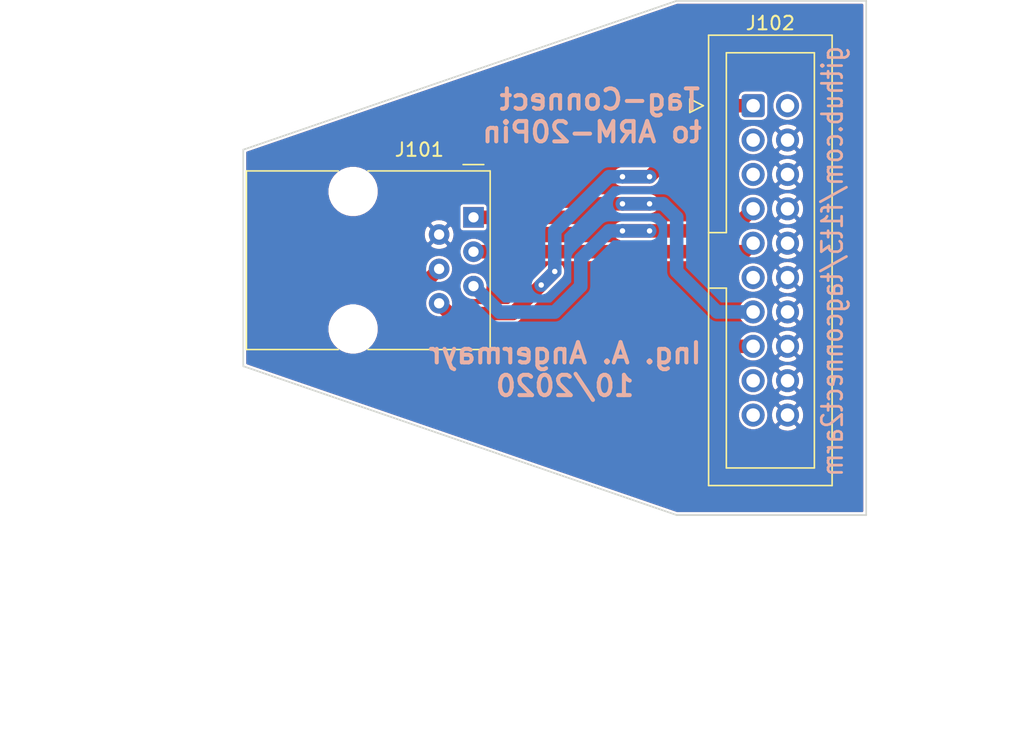
<source format=kicad_pcb>
(kicad_pcb (version 20171130) (host pcbnew 5.1.6)

  (general
    (thickness 1.6)
    (drawings 14)
    (tracks 48)
    (zones 0)
    (modules 2)
    (nets 7)
  )

  (page A4)
  (layers
    (0 F.Cu signal)
    (31 B.Cu signal)
    (32 B.Adhes user)
    (33 F.Adhes user)
    (34 B.Paste user)
    (35 F.Paste user)
    (36 B.SilkS user)
    (37 F.SilkS user)
    (38 B.Mask user)
    (39 F.Mask user)
    (40 Dwgs.User user)
    (41 Cmts.User user)
    (42 Eco1.User user)
    (43 Eco2.User user)
    (44 Edge.Cuts user)
    (45 Margin user)
    (46 B.CrtYd user)
    (47 F.CrtYd user)
    (48 B.Fab user)
    (49 F.Fab user)
  )

  (setup
    (last_trace_width 0.25)
    (user_trace_width 1)
    (trace_clearance 0.2)
    (zone_clearance 0.16)
    (zone_45_only no)
    (trace_min 0.2)
    (via_size 0.8)
    (via_drill 0.4)
    (via_min_size 0.4)
    (via_min_drill 0.3)
    (user_via 1 0.4)
    (uvia_size 0.3)
    (uvia_drill 0.1)
    (uvias_allowed no)
    (uvia_min_size 0.2)
    (uvia_min_drill 0.1)
    (edge_width 0.12)
    (segment_width 0.12)
    (pcb_text_width 0.3)
    (pcb_text_size 1.5 1.5)
    (mod_edge_width 0.12)
    (mod_text_size 1 1)
    (mod_text_width 0.15)
    (pad_size 1.524 1.524)
    (pad_drill 0.762)
    (pad_to_mask_clearance 0.05)
    (aux_axis_origin 0 0)
    (visible_elements FFFFFF7F)
    (pcbplotparams
      (layerselection 0x010f0_ffffffff)
      (usegerberextensions false)
      (usegerberattributes false)
      (usegerberadvancedattributes true)
      (creategerberjobfile false)
      (excludeedgelayer true)
      (linewidth 0.100000)
      (plotframeref false)
      (viasonmask false)
      (mode 1)
      (useauxorigin true)
      (hpglpennumber 1)
      (hpglpenspeed 20)
      (hpglpendiameter 15.000000)
      (psnegative false)
      (psa4output false)
      (plotreference true)
      (plotvalue true)
      (plotinvisibletext false)
      (padsonsilk false)
      (subtractmaskfromsilk false)
      (outputformat 1)
      (mirror false)
      (drillshape 0)
      (scaleselection 1)
      (outputdirectory "gerber"))
  )

  (net 0 "")
  (net 1 /Tag_Connect_Pin_1_VTref)
  (net 2 /Tag_Connect_Pin_3_nRST)
  (net 3 /Tag_Connect_Pin_5_GND)
  (net 4 /Tag_Connect_Pin_2_SWDIO)
  (net 5 /Tag_Connect_Pin_4_SWCLK)
  (net 6 /Tag_Connect_Pin_6_SWO)

  (net_class Default "Dies ist die voreingestellte Netzklasse."
    (clearance 0.2)
    (trace_width 0.25)
    (via_dia 0.8)
    (via_drill 0.4)
    (uvia_dia 0.3)
    (uvia_drill 0.1)
    (add_net /Tag_Connect_Pin_1_VTref)
    (add_net /Tag_Connect_Pin_2_SWDIO)
    (add_net /Tag_Connect_Pin_3_nRST)
    (add_net /Tag_Connect_Pin_4_SWCLK)
    (add_net /Tag_Connect_Pin_5_GND)
    (add_net /Tag_Connect_Pin_6_SWO)
  )

  (module Connector_RJ:RJ12_Amphenol_54601 (layer F.Cu) (tedit 5AE2E32D) (tstamp 5F761D7A)
    (at 130 104 270)
    (descr "RJ12 connector  https://cdn.amphenol-icc.com/media/wysiwyg/files/drawing/c-bmj-0082.pdf")
    (tags "RJ12 connector")
    (path /5F78496D)
    (fp_text reference J101 (at -5 4 180) (layer F.SilkS)
      (effects (font (size 1 1) (thickness 0.15)))
    )
    (fp_text value "RJ12 - Amphenol 54601-906WPLF" (at 24 8 180) (layer F.Fab)
      (effects (font (size 1 1) (thickness 0.15)))
    )
    (fp_line (start -3.43 -0.48) (end -3.43 -1.23) (layer F.Fab) (width 0.1))
    (fp_line (start -2.93 0.02) (end -3.43 -0.48) (layer F.Fab) (width 0.1))
    (fp_line (start -3.43 0.52) (end -2.93 0.02) (layer F.Fab) (width 0.1))
    (fp_line (start -3.9 0.77) (end -3.9 -0.76) (layer F.SilkS) (width 0.12))
    (fp_line (start -3.43 7.79) (end -3.43 -1.23) (layer F.SilkS) (width 0.12))
    (fp_line (start -3.43 7.72) (end -3.43 7.79) (layer F.SilkS) (width 0.1))
    (fp_line (start -3.43 16.77) (end -3.43 9.99) (layer F.SilkS) (width 0.12))
    (fp_line (start 9.77 16.77) (end -3.43 16.77) (layer F.SilkS) (width 0.12))
    (fp_line (start 9.77 16.76) (end 9.77 16.77) (layer F.SilkS) (width 0.1))
    (fp_line (start 9.77 16.77) (end 9.77 9.99) (layer F.SilkS) (width 0.12))
    (fp_line (start 9.77 16.65) (end 9.77 16.77) (layer F.SilkS) (width 0.1))
    (fp_line (start 9.77 -1.23) (end 9.77 7.79) (layer F.SilkS) (width 0.12))
    (fp_line (start -3.43 -1.23) (end 9.77 -1.23) (layer F.SilkS) (width 0.12))
    (fp_line (start -4.04 17.27) (end -4.04 -1.73) (layer F.CrtYd) (width 0.05))
    (fp_line (start 10.38 17.27) (end -4.04 17.27) (layer F.CrtYd) (width 0.05))
    (fp_line (start 10.38 -1.73) (end 10.38 17.27) (layer F.CrtYd) (width 0.05))
    (fp_line (start -4.04 -1.73) (end 10.38 -1.73) (layer F.CrtYd) (width 0.05))
    (fp_line (start 9.77 16.77) (end -3.43 16.77) (layer F.Fab) (width 0.1))
    (fp_line (start 9.77 -1.23) (end 9.77 16.77) (layer F.Fab) (width 0.1))
    (fp_line (start -3.43 -1.23) (end 9.77 -1.23) (layer F.Fab) (width 0.1))
    (fp_line (start -3.43 16.77) (end -3.43 0.52) (layer F.Fab) (width 0.1))
    (fp_text user %R (at 26 8.29 180) (layer F.Fab)
      (effects (font (size 1 1) (thickness 0.15)))
    )
    (pad 1 thru_hole rect (at 0 0 270) (size 1.52 1.52) (drill 0.76) (layers *.Cu *.Mask)
      (net 6 /Tag_Connect_Pin_6_SWO))
    (pad "" np_thru_hole circle (at -1.91 8.89 270) (size 3.25 3.25) (drill 3.25) (layers *.Cu *.Mask))
    (pad 2 thru_hole circle (at 1.27 2.54 270) (size 1.52 1.52) (drill 0.76) (layers *.Cu *.Mask)
      (net 3 /Tag_Connect_Pin_5_GND))
    (pad 3 thru_hole circle (at 2.54 0 270) (size 1.52 1.52) (drill 0.76) (layers *.Cu *.Mask)
      (net 5 /Tag_Connect_Pin_4_SWCLK))
    (pad 4 thru_hole circle (at 3.81 2.54 270) (size 1.52 1.52) (drill 0.76) (layers *.Cu *.Mask)
      (net 2 /Tag_Connect_Pin_3_nRST))
    (pad 5 thru_hole circle (at 5.08 0 270) (size 1.52 1.52) (drill 0.76) (layers *.Cu *.Mask)
      (net 4 /Tag_Connect_Pin_2_SWDIO))
    (pad 6 thru_hole circle (at 6.35 2.54 270) (size 1.52 1.52) (drill 0.76) (layers *.Cu *.Mask)
      (net 1 /Tag_Connect_Pin_1_VTref))
    (pad "" np_thru_hole circle (at 8.25 8.89 270) (size 3.25 3.25) (drill 3.25) (layers *.Cu *.Mask))
    (model ${KISYS3DMOD}/Connector_RJ.3dshapes/RJ12_Amphenol_54601.wrl
      (at (xyz 0 0 0))
      (scale (xyz 1 1 1))
      (rotate (xyz 0 0 0))
    )
  )

  (module Connector_IDC:IDC-Header_2x10_P2.54mm_Vertical (layer F.Cu) (tedit 5EAC9A07) (tstamp 5F761DB3)
    (at 150.65 95.75)
    (descr "Through hole IDC box header, 2x10, 2.54mm pitch, DIN 41651 / IEC 60603-13, double rows, https://docs.google.com/spreadsheets/d/16SsEcesNF15N3Lb4niX7dcUr-NY5_MFPQhobNuNppn4/edit#gid=0")
    (tags "Through hole vertical IDC box header THT 2x10 2.54mm double row")
    (path /5F7897C1)
    (fp_text reference J102 (at 1.27 -6.1) (layer F.SilkS)
      (effects (font (size 1 1) (thickness 0.15)))
    )
    (fp_text value 2x10_Pin_Male_Header (at 1.22 32.25) (layer F.Fab)
      (effects (font (size 1 1) (thickness 0.15)))
    )
    (fp_line (start -3.18 -4.1) (end -2.18 -5.1) (layer F.Fab) (width 0.1))
    (fp_line (start -2.18 -5.1) (end 5.72 -5.1) (layer F.Fab) (width 0.1))
    (fp_line (start 5.72 -5.1) (end 5.72 27.96) (layer F.Fab) (width 0.1))
    (fp_line (start 5.72 27.96) (end -3.18 27.96) (layer F.Fab) (width 0.1))
    (fp_line (start -3.18 27.96) (end -3.18 -4.1) (layer F.Fab) (width 0.1))
    (fp_line (start -3.18 9.38) (end -1.98 9.38) (layer F.Fab) (width 0.1))
    (fp_line (start -1.98 9.38) (end -1.98 -3.91) (layer F.Fab) (width 0.1))
    (fp_line (start -1.98 -3.91) (end 4.52 -3.91) (layer F.Fab) (width 0.1))
    (fp_line (start 4.52 -3.91) (end 4.52 26.77) (layer F.Fab) (width 0.1))
    (fp_line (start 4.52 26.77) (end -1.98 26.77) (layer F.Fab) (width 0.1))
    (fp_line (start -1.98 26.77) (end -1.98 13.48) (layer F.Fab) (width 0.1))
    (fp_line (start -1.98 13.48) (end -1.98 13.48) (layer F.Fab) (width 0.1))
    (fp_line (start -1.98 13.48) (end -3.18 13.48) (layer F.Fab) (width 0.1))
    (fp_line (start -3.29 -5.21) (end 5.83 -5.21) (layer F.SilkS) (width 0.12))
    (fp_line (start 5.83 -5.21) (end 5.83 28.07) (layer F.SilkS) (width 0.12))
    (fp_line (start 5.83 28.07) (end -3.29 28.07) (layer F.SilkS) (width 0.12))
    (fp_line (start -3.29 28.07) (end -3.29 -5.21) (layer F.SilkS) (width 0.12))
    (fp_line (start -3.29 9.38) (end -1.98 9.38) (layer F.SilkS) (width 0.12))
    (fp_line (start -1.98 9.38) (end -1.98 -3.91) (layer F.SilkS) (width 0.12))
    (fp_line (start -1.98 -3.91) (end 4.52 -3.91) (layer F.SilkS) (width 0.12))
    (fp_line (start 4.52 -3.91) (end 4.52 26.77) (layer F.SilkS) (width 0.12))
    (fp_line (start 4.52 26.77) (end -1.98 26.77) (layer F.SilkS) (width 0.12))
    (fp_line (start -1.98 26.77) (end -1.98 13.48) (layer F.SilkS) (width 0.12))
    (fp_line (start -1.98 13.48) (end -1.98 13.48) (layer F.SilkS) (width 0.12))
    (fp_line (start -1.98 13.48) (end -3.29 13.48) (layer F.SilkS) (width 0.12))
    (fp_line (start -3.68 0) (end -4.68 -0.5) (layer F.SilkS) (width 0.12))
    (fp_line (start -4.68 -0.5) (end -4.68 0.5) (layer F.SilkS) (width 0.12))
    (fp_line (start -4.68 0.5) (end -3.68 0) (layer F.SilkS) (width 0.12))
    (fp_line (start -3.68 -5.6) (end -3.68 28.46) (layer F.CrtYd) (width 0.05))
    (fp_line (start -3.68 28.46) (end 6.22 28.46) (layer F.CrtYd) (width 0.05))
    (fp_line (start 6.22 28.46) (end 6.22 -5.6) (layer F.CrtYd) (width 0.05))
    (fp_line (start 6.22 -5.6) (end -3.68 -5.6) (layer F.CrtYd) (width 0.05))
    (fp_text user %R (at 1.02 34.25 180) (layer F.Fab)
      (effects (font (size 1 1) (thickness 0.15)))
    )
    (pad 20 thru_hole circle (at 2.54 22.86) (size 1.7 1.7) (drill 1) (layers *.Cu *.Mask)
      (net 3 /Tag_Connect_Pin_5_GND))
    (pad 18 thru_hole circle (at 2.54 20.32) (size 1.7 1.7) (drill 1) (layers *.Cu *.Mask)
      (net 3 /Tag_Connect_Pin_5_GND))
    (pad 16 thru_hole circle (at 2.54 17.78) (size 1.7 1.7) (drill 1) (layers *.Cu *.Mask)
      (net 3 /Tag_Connect_Pin_5_GND))
    (pad 14 thru_hole circle (at 2.54 15.24) (size 1.7 1.7) (drill 1) (layers *.Cu *.Mask)
      (net 3 /Tag_Connect_Pin_5_GND))
    (pad 12 thru_hole circle (at 2.54 12.7) (size 1.7 1.7) (drill 1) (layers *.Cu *.Mask)
      (net 3 /Tag_Connect_Pin_5_GND))
    (pad 10 thru_hole circle (at 2.54 10.16) (size 1.7 1.7) (drill 1) (layers *.Cu *.Mask)
      (net 3 /Tag_Connect_Pin_5_GND))
    (pad 8 thru_hole circle (at 2.54 7.62) (size 1.7 1.7) (drill 1) (layers *.Cu *.Mask)
      (net 3 /Tag_Connect_Pin_5_GND))
    (pad 6 thru_hole circle (at 2.54 5.08) (size 1.7 1.7) (drill 1) (layers *.Cu *.Mask)
      (net 3 /Tag_Connect_Pin_5_GND))
    (pad 4 thru_hole circle (at 2.54 2.54) (size 1.7 1.7) (drill 1) (layers *.Cu *.Mask)
      (net 3 /Tag_Connect_Pin_5_GND))
    (pad 2 thru_hole circle (at 2.54 0) (size 1.7 1.7) (drill 1) (layers *.Cu *.Mask))
    (pad 19 thru_hole circle (at 0 22.86) (size 1.7 1.7) (drill 1) (layers *.Cu *.Mask))
    (pad 17 thru_hole circle (at 0 20.32) (size 1.7 1.7) (drill 1) (layers *.Cu *.Mask))
    (pad 15 thru_hole circle (at 0 17.78) (size 1.7 1.7) (drill 1) (layers *.Cu *.Mask)
      (net 2 /Tag_Connect_Pin_3_nRST))
    (pad 13 thru_hole circle (at 0 15.24) (size 1.7 1.7) (drill 1) (layers *.Cu *.Mask)
      (net 6 /Tag_Connect_Pin_6_SWO))
    (pad 11 thru_hole circle (at 0 12.7) (size 1.7 1.7) (drill 1) (layers *.Cu *.Mask))
    (pad 9 thru_hole circle (at 0 10.16) (size 1.7 1.7) (drill 1) (layers *.Cu *.Mask)
      (net 5 /Tag_Connect_Pin_4_SWCLK))
    (pad 7 thru_hole circle (at 0 7.62) (size 1.7 1.7) (drill 1) (layers *.Cu *.Mask)
      (net 4 /Tag_Connect_Pin_2_SWDIO))
    (pad 5 thru_hole circle (at 0 5.08) (size 1.7 1.7) (drill 1) (layers *.Cu *.Mask))
    (pad 3 thru_hole circle (at 0 2.54) (size 1.7 1.7) (drill 1) (layers *.Cu *.Mask))
    (pad 1 thru_hole roundrect (at 0 0) (size 1.7 1.7) (drill 1) (layers *.Cu *.Mask) (roundrect_rratio 0.147059)
      (net 1 /Tag_Connect_Pin_1_VTref))
    (model ${KISYS3DMOD}/Connector_IDC.3dshapes/IDC-Header_2x10_P2.54mm_Vertical.wrl
      (at (xyz 0 0 0))
      (scale (xyz 1 1 1))
      (rotate (xyz 0 0 0))
    )
  )

  (dimension 46 (width 0.12) (layer F.Fab)
    (gr_text "46,000 mm" (at 136 143.77) (layer F.Fab)
      (effects (font (size 1 1) (thickness 0.15)))
    )
    (feature1 (pts (xy 113 88) (xy 113 143.086421)))
    (feature2 (pts (xy 159 88) (xy 159 143.086421)))
    (crossbar (pts (xy 159 142.5) (xy 113 142.5)))
    (arrow1a (pts (xy 113 142.5) (xy 114.126504 141.913579)))
    (arrow1b (pts (xy 113 142.5) (xy 114.126504 143.086421)))
    (arrow2a (pts (xy 159 142.5) (xy 157.873496 141.913579)))
    (arrow2b (pts (xy 159 142.5) (xy 157.873496 143.086421)))
  )
  (dimension 38 (width 0.12) (layer F.Fab)
    (gr_text "38,000 mm" (at 169.27 107 270) (layer F.Fab)
      (effects (font (size 1 1) (thickness 0.15)))
    )
    (feature1 (pts (xy 159 126) (xy 168.586421 126)))
    (feature2 (pts (xy 159 88) (xy 168.586421 88)))
    (crossbar (pts (xy 168 88) (xy 168 126)))
    (arrow1a (pts (xy 168 126) (xy 167.413579 124.873496)))
    (arrow1b (pts (xy 168 126) (xy 168.586421 124.873496)))
    (arrow2a (pts (xy 168 88) (xy 167.413579 89.126504)))
    (arrow2b (pts (xy 168 88) (xy 168.586421 89.126504)))
  )
  (gr_text github.com/f1t3/tagconnect2arm (at 156.5 107.25 90) (layer B.SilkS)
    (effects (font (size 1.5 1.25) (thickness 0.2)) (justify mirror))
  )
  (gr_text "Ing. A. Angermayr\n10/2020" (at 136.75 115.25) (layer B.SilkS)
    (effects (font (size 1.5 1.5) (thickness 0.3)) (justify mirror))
  )
  (gr_text "Tag-Connect \nto ARM-20Pin" (at 138.75 96.5) (layer B.SilkS)
    (effects (font (size 1.5 1.5) (thickness 0.3)) (justify mirror))
  )
  (gr_line (start 159 126) (end 159 88) (layer Edge.Cuts) (width 0.12) (tstamp 5F7628DB))
  (gr_line (start 145 126) (end 159 126) (layer Edge.Cuts) (width 0.12))
  (gr_line (start 113 115) (end 145 126) (layer Edge.Cuts) (width 0.12))
  (gr_line (start 113 99) (end 113 115) (layer Edge.Cuts) (width 0.12))
  (gr_line (start 145 88) (end 113 99) (layer Edge.Cuts) (width 0.12))
  (gr_line (start 159 88) (end 145 88) (layer Edge.Cuts) (width 0.12))
  (gr_line (start 108 107.17) (end 164.52 107.17) (layer Dwgs.User) (width 0.12))
  (dimension 7.21 (width 0.12) (layer Dwgs.User)
    (gr_text "7,210 mm" (at 103.66 103.565 270) (layer Dwgs.User)
      (effects (font (size 1 1) (thickness 0.15)))
    )
    (feature1 (pts (xy 108 107.17) (xy 104.343579 107.17)))
    (feature2 (pts (xy 108 99.96) (xy 104.343579 99.96)))
    (crossbar (pts (xy 104.93 99.96) (xy 104.93 107.17)))
    (arrow1a (pts (xy 104.93 107.17) (xy 104.343579 106.043496)))
    (arrow1b (pts (xy 104.93 107.17) (xy 105.516421 106.043496)))
    (arrow2a (pts (xy 104.93 99.96) (xy 104.343579 101.086504)))
    (arrow2b (pts (xy 104.93 99.96) (xy 105.516421 101.086504)))
  )
  (dimension 14.42 (width 0.12) (layer Dwgs.User)
    (gr_text "14,420 mm" (at 98.73 107.17 270) (layer Dwgs.User)
      (effects (font (size 1 1) (thickness 0.15)))
    )
    (feature1 (pts (xy 112.73 114.38) (xy 99.413579 114.38)))
    (feature2 (pts (xy 112.73 99.96) (xy 99.413579 99.96)))
    (crossbar (pts (xy 100 99.96) (xy 100 114.38)))
    (arrow1a (pts (xy 100 114.38) (xy 99.413579 113.253496)))
    (arrow1b (pts (xy 100 114.38) (xy 100.586421 113.253496)))
    (arrow2a (pts (xy 100 99.96) (xy 99.413579 101.086504)))
    (arrow2b (pts (xy 100 99.96) (xy 100.586421 101.086504)))
  )

  (segment (start 128.219999 111.109999) (end 131.890001 111.109999) (width 1) (layer F.Cu) (net 1))
  (segment (start 127.46 110.35) (end 128.219999 111.109999) (width 1) (layer F.Cu) (net 1))
  (segment (start 131.890001 111.109999) (end 132.890001 111.109999) (width 1) (layer F.Cu) (net 1))
  (segment (start 132.890001 111.109999) (end 136 108) (width 1) (layer F.Cu) (net 1))
  (via (at 136 108) (size 1) (drill 0.4) (layers F.Cu B.Cu) (net 1))
  (segment (start 136 108) (end 136 105) (width 1) (layer B.Cu) (net 1))
  (segment (start 136 105) (end 140 101) (width 1) (layer B.Cu) (net 1))
  (segment (start 140 101) (end 141 101) (width 1) (layer B.Cu) (net 1))
  (via (at 143 101) (size 1) (drill 0.4) (layers F.Cu B.Cu) (net 1))
  (segment (start 148.25 95.75) (end 150.65 95.75) (width 1) (layer F.Cu) (net 1))
  (segment (start 143 101) (end 148.25 95.75) (width 1) (layer F.Cu) (net 1))
  (segment (start 143 101) (end 141 101) (width 1) (layer F.Cu) (net 1))
  (segment (start 136 108) (end 135 109) (width 1) (layer B.Cu) (net 1))
  (segment (start 135 109) (end 135 109) (width 1) (layer B.Cu) (net 1) (tstamp 5F762A8C))
  (via (at 135 109) (size 1) (drill 0.4) (layers F.Cu B.Cu) (net 1))
  (segment (start 141 101) (end 143 101) (width 1) (layer B.Cu) (net 1) (tstamp 5F762A8E))
  (via (at 141 101) (size 1) (drill 0.4) (layers F.Cu B.Cu) (net 1))
  (segment (start 127.46 107.81) (end 125 110.27) (width 1) (layer F.Cu) (net 2))
  (segment (start 125 110.27) (end 125 112) (width 1) (layer F.Cu) (net 2))
  (segment (start 126.53 113.53) (end 150.65 113.53) (width 1) (layer F.Cu) (net 2))
  (segment (start 125 112) (end 126.53 113.53) (width 1) (layer F.Cu) (net 2))
  (via (at 141 105) (size 1) (drill 0.4) (layers F.Cu B.Cu) (net 4))
  (segment (start 143 105) (end 143 105) (width 1) (layer B.Cu) (net 4))
  (segment (start 149.02 105) (end 150.65 103.37) (width 1) (layer F.Cu) (net 4))
  (segment (start 141 105) (end 149.02 105) (width 1) (layer F.Cu) (net 4))
  (segment (start 143 105) (end 141 105) (width 1) (layer B.Cu) (net 4) (tstamp 5F762A66))
  (via (at 143 105) (size 1) (drill 0.4) (layers F.Cu B.Cu) (net 4))
  (segment (start 140 105) (end 141 105) (width 1) (layer B.Cu) (net 4))
  (segment (start 137.92 107.08) (end 140 105) (width 1) (layer B.Cu) (net 4))
  (segment (start 137.92 107.08) (end 137.92 109.08) (width 1) (layer B.Cu) (net 4))
  (segment (start 137.92 109.08) (end 136 111) (width 1) (layer B.Cu) (net 4))
  (segment (start 131.92 111) (end 130 109.08) (width 1) (layer B.Cu) (net 4))
  (segment (start 136 111) (end 131.92 111) (width 1) (layer B.Cu) (net 4))
  (segment (start 150.02 106.54) (end 150.65 105.91) (width 1) (layer F.Cu) (net 5))
  (segment (start 130 106.54) (end 150.02 106.54) (width 1) (layer F.Cu) (net 5))
  (segment (start 130 104) (end 138 104) (width 1) (layer F.Cu) (net 6))
  (segment (start 138 104) (end 139 103) (width 1) (layer F.Cu) (net 6))
  (segment (start 139 103) (end 141 103) (width 1) (layer F.Cu) (net 6))
  (via (at 143 103) (size 1) (drill 0.4) (layers F.Cu B.Cu) (net 6))
  (segment (start 143 103) (end 144 103) (width 1) (layer B.Cu) (net 6))
  (segment (start 144 103) (end 145 104) (width 1) (layer B.Cu) (net 6))
  (segment (start 145 104) (end 145 108) (width 1) (layer B.Cu) (net 6))
  (segment (start 147.99 110.99) (end 145 108) (width 1) (layer B.Cu) (net 6))
  (segment (start 150.65 110.99) (end 147.99 110.99) (width 1) (layer B.Cu) (net 6))
  (segment (start 141 103) (end 143 103) (width 1) (layer F.Cu) (net 6))
  (segment (start 143 103) (end 141 103) (width 1) (layer B.Cu) (net 6))
  (segment (start 141 103) (end 141 103) (width 1) (layer B.Cu) (net 6) (tstamp 5F762A7B))
  (via (at 141 103) (size 1) (drill 0.4) (layers F.Cu B.Cu) (net 6))

  (zone (net 3) (net_name /Tag_Connect_Pin_5_GND) (layer F.Cu) (tstamp 5F762C9D) (hatch edge 0.508)
    (connect_pads (clearance 0.16))
    (min_thickness 0.16)
    (fill yes (arc_segments 32) (thermal_gap 0.3) (thermal_bridge_width 0.3))
    (polygon
      (pts
        (xy 159 126) (xy 145 126) (xy 113 115) (xy 113 99) (xy 145 88)
        (xy 159 88)
      )
    )
    (filled_polygon
      (pts
        (xy 158.7 125.7) (xy 145.050125 125.7) (xy 124.100901 118.498705) (xy 149.52 118.498705) (xy 149.52 118.721295)
        (xy 149.563425 118.939609) (xy 149.648607 119.145256) (xy 149.772271 119.330333) (xy 149.929667 119.487729) (xy 150.114744 119.611393)
        (xy 150.320391 119.696575) (xy 150.538705 119.74) (xy 150.761295 119.74) (xy 150.979609 119.696575) (xy 151.185256 119.611393)
        (xy 151.370333 119.487729) (xy 151.39331 119.464752) (xy 152.434243 119.464752) (xy 152.521324 119.649445) (xy 152.736957 119.759925)
        (xy 152.970001 119.826213) (xy 153.2115 119.845764) (xy 153.452173 119.817825) (xy 153.68277 119.74347) (xy 153.858676 119.649445)
        (xy 153.945757 119.464752) (xy 153.19 118.708995) (xy 152.434243 119.464752) (xy 151.39331 119.464752) (xy 151.527729 119.330333)
        (xy 151.651393 119.145256) (xy 151.736575 118.939609) (xy 151.78 118.721295) (xy 151.78 118.6315) (xy 151.954236 118.6315)
        (xy 151.982175 118.872173) (xy 152.05653 119.10277) (xy 152.150555 119.278676) (xy 152.335248 119.365757) (xy 153.091005 118.61)
        (xy 153.288995 118.61) (xy 154.044752 119.365757) (xy 154.229445 119.278676) (xy 154.339925 119.063043) (xy 154.406213 118.829999)
        (xy 154.425764 118.5885) (xy 154.397825 118.347827) (xy 154.32347 118.11723) (xy 154.229445 117.941324) (xy 154.044752 117.854243)
        (xy 153.288995 118.61) (xy 153.091005 118.61) (xy 152.335248 117.854243) (xy 152.150555 117.941324) (xy 152.040075 118.156957)
        (xy 151.973787 118.390001) (xy 151.954236 118.6315) (xy 151.78 118.6315) (xy 151.78 118.498705) (xy 151.736575 118.280391)
        (xy 151.651393 118.074744) (xy 151.527729 117.889667) (xy 151.39331 117.755248) (xy 152.434243 117.755248) (xy 153.19 118.511005)
        (xy 153.945757 117.755248) (xy 153.858676 117.570555) (xy 153.643043 117.460075) (xy 153.409999 117.393787) (xy 153.1685 117.374236)
        (xy 152.927827 117.402175) (xy 152.69723 117.47653) (xy 152.521324 117.570555) (xy 152.434243 117.755248) (xy 151.39331 117.755248)
        (xy 151.370333 117.732271) (xy 151.185256 117.608607) (xy 150.979609 117.523425) (xy 150.761295 117.48) (xy 150.538705 117.48)
        (xy 150.320391 117.523425) (xy 150.114744 117.608607) (xy 149.929667 117.732271) (xy 149.772271 117.889667) (xy 149.648607 118.074744)
        (xy 149.563425 118.280391) (xy 149.52 118.498705) (xy 124.100901 118.498705) (xy 116.711809 115.958705) (xy 149.52 115.958705)
        (xy 149.52 116.181295) (xy 149.563425 116.399609) (xy 149.648607 116.605256) (xy 149.772271 116.790333) (xy 149.929667 116.947729)
        (xy 150.114744 117.071393) (xy 150.320391 117.156575) (xy 150.538705 117.2) (xy 150.761295 117.2) (xy 150.979609 117.156575)
        (xy 151.185256 117.071393) (xy 151.370333 116.947729) (xy 151.39331 116.924752) (xy 152.434243 116.924752) (xy 152.521324 117.109445)
        (xy 152.736957 117.219925) (xy 152.970001 117.286213) (xy 153.2115 117.305764) (xy 153.452173 117.277825) (xy 153.68277 117.20347)
        (xy 153.858676 117.109445) (xy 153.945757 116.924752) (xy 153.19 116.168995) (xy 152.434243 116.924752) (xy 151.39331 116.924752)
        (xy 151.527729 116.790333) (xy 151.651393 116.605256) (xy 151.736575 116.399609) (xy 151.78 116.181295) (xy 151.78 116.0915)
        (xy 151.954236 116.0915) (xy 151.982175 116.332173) (xy 152.05653 116.56277) (xy 152.150555 116.738676) (xy 152.335248 116.825757)
        (xy 153.091005 116.07) (xy 153.288995 116.07) (xy 154.044752 116.825757) (xy 154.229445 116.738676) (xy 154.339925 116.523043)
        (xy 154.406213 116.289999) (xy 154.425764 116.0485) (xy 154.397825 115.807827) (xy 154.32347 115.57723) (xy 154.229445 115.401324)
        (xy 154.044752 115.314243) (xy 153.288995 116.07) (xy 153.091005 116.07) (xy 152.335248 115.314243) (xy 152.150555 115.401324)
        (xy 152.040075 115.616957) (xy 151.973787 115.850001) (xy 151.954236 116.0915) (xy 151.78 116.0915) (xy 151.78 115.958705)
        (xy 151.736575 115.740391) (xy 151.651393 115.534744) (xy 151.527729 115.349667) (xy 151.39331 115.215248) (xy 152.434243 115.215248)
        (xy 153.19 115.971005) (xy 153.945757 115.215248) (xy 153.858676 115.030555) (xy 153.643043 114.920075) (xy 153.409999 114.853787)
        (xy 153.1685 114.834236) (xy 152.927827 114.862175) (xy 152.69723 114.93653) (xy 152.521324 115.030555) (xy 152.434243 115.215248)
        (xy 151.39331 115.215248) (xy 151.370333 115.192271) (xy 151.185256 115.068607) (xy 150.979609 114.983425) (xy 150.761295 114.94)
        (xy 150.538705 114.94) (xy 150.320391 114.983425) (xy 150.114744 115.068607) (xy 149.929667 115.192271) (xy 149.772271 115.349667)
        (xy 149.648607 115.534744) (xy 149.563425 115.740391) (xy 149.52 115.958705) (xy 116.711809 115.958705) (xy 113.3 114.785896)
        (xy 113.3 112.062374) (xy 119.205 112.062374) (xy 119.205 112.437626) (xy 119.278209 112.805668) (xy 119.421811 113.152356)
        (xy 119.63029 113.464366) (xy 119.895634 113.72971) (xy 120.207644 113.938189) (xy 120.554332 114.081791) (xy 120.922374 114.155)
        (xy 121.297626 114.155) (xy 121.665668 114.081791) (xy 122.012356 113.938189) (xy 122.324366 113.72971) (xy 122.58971 113.464366)
        (xy 122.798189 113.152356) (xy 122.941791 112.805668) (xy 123.015 112.437626) (xy 123.015 112.062374) (xy 122.941791 111.694332)
        (xy 122.798189 111.347644) (xy 122.58971 111.035634) (xy 122.324366 110.77029) (xy 122.012356 110.561811) (xy 121.665668 110.418209)
        (xy 121.297626 110.345) (xy 120.922374 110.345) (xy 120.554332 110.418209) (xy 120.207644 110.561811) (xy 119.895634 110.77029)
        (xy 119.63029 111.035634) (xy 119.421811 111.347644) (xy 119.278209 111.694332) (xy 119.205 112.062374) (xy 113.3 112.062374)
        (xy 113.3 110.27) (xy 124.216226 110.27) (xy 124.22 110.308318) (xy 124.220001 111.961672) (xy 124.216226 112)
        (xy 124.231286 112.152906) (xy 124.275888 112.299937) (xy 124.329373 112.4) (xy 124.348317 112.435442) (xy 124.445789 112.554212)
        (xy 124.475551 112.578637) (xy 125.951363 114.05445) (xy 125.975788 114.084212) (xy 126.094558 114.181684) (xy 126.230063 114.254113)
        (xy 126.377093 114.298714) (xy 126.53 114.313774) (xy 126.568318 114.31) (xy 149.831938 114.31) (xy 149.929667 114.407729)
        (xy 150.114744 114.531393) (xy 150.320391 114.616575) (xy 150.538705 114.66) (xy 150.761295 114.66) (xy 150.979609 114.616575)
        (xy 151.185256 114.531393) (xy 151.370333 114.407729) (xy 151.39331 114.384752) (xy 152.434243 114.384752) (xy 152.521324 114.569445)
        (xy 152.736957 114.679925) (xy 152.970001 114.746213) (xy 153.2115 114.765764) (xy 153.452173 114.737825) (xy 153.68277 114.66347)
        (xy 153.858676 114.569445) (xy 153.945757 114.384752) (xy 153.19 113.628995) (xy 152.434243 114.384752) (xy 151.39331 114.384752)
        (xy 151.527729 114.250333) (xy 151.651393 114.065256) (xy 151.736575 113.859609) (xy 151.78 113.641295) (xy 151.78 113.5515)
        (xy 151.954236 113.5515) (xy 151.982175 113.792173) (xy 152.05653 114.02277) (xy 152.150555 114.198676) (xy 152.335248 114.285757)
        (xy 153.091005 113.53) (xy 153.288995 113.53) (xy 154.044752 114.285757) (xy 154.229445 114.198676) (xy 154.339925 113.983043)
        (xy 154.406213 113.749999) (xy 154.425764 113.5085) (xy 154.397825 113.267827) (xy 154.32347 113.03723) (xy 154.229445 112.861324)
        (xy 154.044752 112.774243) (xy 153.288995 113.53) (xy 153.091005 113.53) (xy 152.335248 112.774243) (xy 152.150555 112.861324)
        (xy 152.040075 113.076957) (xy 151.973787 113.310001) (xy 151.954236 113.5515) (xy 151.78 113.5515) (xy 151.78 113.418705)
        (xy 151.736575 113.200391) (xy 151.651393 112.994744) (xy 151.527729 112.809667) (xy 151.39331 112.675248) (xy 152.434243 112.675248)
        (xy 153.19 113.431005) (xy 153.945757 112.675248) (xy 153.858676 112.490555) (xy 153.643043 112.380075) (xy 153.409999 112.313787)
        (xy 153.1685 112.294236) (xy 152.927827 112.322175) (xy 152.69723 112.39653) (xy 152.521324 112.490555) (xy 152.434243 112.675248)
        (xy 151.39331 112.675248) (xy 151.370333 112.652271) (xy 151.185256 112.528607) (xy 150.979609 112.443425) (xy 150.761295 112.4)
        (xy 150.538705 112.4) (xy 150.320391 112.443425) (xy 150.114744 112.528607) (xy 149.929667 112.652271) (xy 149.831938 112.75)
        (xy 126.853087 112.75) (xy 125.78 111.676914) (xy 125.78 110.593086) (xy 126.58398 109.789106) (xy 126.538364 109.857375)
        (xy 126.459967 110.046643) (xy 126.42 110.247569) (xy 126.42 110.452431) (xy 126.459967 110.653357) (xy 126.538364 110.842625)
        (xy 126.652179 111.012961) (xy 126.797039 111.157821) (xy 126.967375 111.271636) (xy 127.156643 111.350033) (xy 127.357569 111.39)
        (xy 127.396913 111.39) (xy 127.641361 111.634448) (xy 127.665787 111.664211) (xy 127.695549 111.688636) (xy 127.69555 111.688637)
        (xy 127.709473 111.700063) (xy 127.784557 111.761683) (xy 127.920062 111.834112) (xy 128.030883 111.867729) (xy 128.067092 111.878713)
        (xy 128.219999 111.893773) (xy 128.258317 111.889999) (xy 132.851683 111.889999) (xy 132.890001 111.893773) (xy 132.928319 111.889999)
        (xy 133.042908 111.878713) (xy 133.189938 111.834112) (xy 133.325443 111.761683) (xy 133.444213 111.664211) (xy 133.468643 111.634443)
        (xy 134.224381 110.878705) (xy 149.52 110.878705) (xy 149.52 111.101295) (xy 149.563425 111.319609) (xy 149.648607 111.525256)
        (xy 149.772271 111.710333) (xy 149.929667 111.867729) (xy 150.114744 111.991393) (xy 150.320391 112.076575) (xy 150.538705 112.12)
        (xy 150.761295 112.12) (xy 150.979609 112.076575) (xy 151.185256 111.991393) (xy 151.370333 111.867729) (xy 151.39331 111.844752)
        (xy 152.434243 111.844752) (xy 152.521324 112.029445) (xy 152.736957 112.139925) (xy 152.970001 112.206213) (xy 153.2115 112.225764)
        (xy 153.452173 112.197825) (xy 153.68277 112.12347) (xy 153.858676 112.029445) (xy 153.945757 111.844752) (xy 153.19 111.088995)
        (xy 152.434243 111.844752) (xy 151.39331 111.844752) (xy 151.527729 111.710333) (xy 151.651393 111.525256) (xy 151.736575 111.319609)
        (xy 151.78 111.101295) (xy 151.78 111.0115) (xy 151.954236 111.0115) (xy 151.982175 111.252173) (xy 152.05653 111.48277)
        (xy 152.150555 111.658676) (xy 152.335248 111.745757) (xy 153.091005 110.99) (xy 153.288995 110.99) (xy 154.044752 111.745757)
        (xy 154.229445 111.658676) (xy 154.339925 111.443043) (xy 154.406213 111.209999) (xy 154.425764 110.9685) (xy 154.397825 110.727827)
        (xy 154.32347 110.49723) (xy 154.229445 110.321324) (xy 154.044752 110.234243) (xy 153.288995 110.99) (xy 153.091005 110.99)
        (xy 152.335248 110.234243) (xy 152.150555 110.321324) (xy 152.040075 110.536957) (xy 151.973787 110.770001) (xy 151.954236 111.0115)
        (xy 151.78 111.0115) (xy 151.78 110.878705) (xy 151.736575 110.660391) (xy 151.651393 110.454744) (xy 151.527729 110.269667)
        (xy 151.39331 110.135248) (xy 152.434243 110.135248) (xy 153.19 110.891005) (xy 153.945757 110.135248) (xy 153.858676 109.950555)
        (xy 153.643043 109.840075) (xy 153.409999 109.773787) (xy 153.1685 109.754236) (xy 152.927827 109.782175) (xy 152.69723 109.85653)
        (xy 152.521324 109.950555) (xy 152.434243 110.135248) (xy 151.39331 110.135248) (xy 151.370333 110.112271) (xy 151.185256 109.988607)
        (xy 150.979609 109.903425) (xy 150.761295 109.86) (xy 150.538705 109.86) (xy 150.320391 109.903425) (xy 150.114744 109.988607)
        (xy 149.929667 110.112271) (xy 149.772271 110.269667) (xy 149.648607 110.454744) (xy 149.563425 110.660391) (xy 149.52 110.878705)
        (xy 134.224381 110.878705) (xy 136.578638 108.524449) (xy 136.578643 108.524443) (xy 136.605865 108.497221) (xy 136.627255 108.465209)
        (xy 136.651684 108.435442) (xy 136.669834 108.401486) (xy 136.691227 108.369469) (xy 136.703969 108.338705) (xy 149.52 108.338705)
        (xy 149.52 108.561295) (xy 149.563425 108.779609) (xy 149.648607 108.985256) (xy 149.772271 109.170333) (xy 149.929667 109.327729)
        (xy 150.114744 109.451393) (xy 150.320391 109.536575) (xy 150.538705 109.58) (xy 150.761295 109.58) (xy 150.979609 109.536575)
        (xy 151.185256 109.451393) (xy 151.370333 109.327729) (xy 151.39331 109.304752) (xy 152.434243 109.304752) (xy 152.521324 109.489445)
        (xy 152.736957 109.599925) (xy 152.970001 109.666213) (xy 153.2115 109.685764) (xy 153.452173 109.657825) (xy 153.68277 109.58347)
        (xy 153.858676 109.489445) (xy 153.945757 109.304752) (xy 153.19 108.548995) (xy 152.434243 109.304752) (xy 151.39331 109.304752)
        (xy 151.527729 109.170333) (xy 151.651393 108.985256) (xy 151.736575 108.779609) (xy 151.78 108.561295) (xy 151.78 108.4715)
        (xy 151.954236 108.4715) (xy 151.982175 108.712173) (xy 152.05653 108.94277) (xy 152.150555 109.118676) (xy 152.335248 109.205757)
        (xy 153.091005 108.45) (xy 153.288995 108.45) (xy 154.044752 109.205757) (xy 154.229445 109.118676) (xy 154.339925 108.903043)
        (xy 154.406213 108.669999) (xy 154.425764 108.4285) (xy 154.397825 108.187827) (xy 154.32347 107.95723) (xy 154.229445 107.781324)
        (xy 154.044752 107.694243) (xy 153.288995 108.45) (xy 153.091005 108.45) (xy 152.335248 107.694243) (xy 152.150555 107.781324)
        (xy 152.040075 107.996957) (xy 151.973787 108.230001) (xy 151.954236 108.4715) (xy 151.78 108.4715) (xy 151.78 108.338705)
        (xy 151.736575 108.120391) (xy 151.651393 107.914744) (xy 151.527729 107.729667) (xy 151.39331 107.595248) (xy 152.434243 107.595248)
        (xy 153.19 108.351005) (xy 153.945757 107.595248) (xy 153.858676 107.410555) (xy 153.643043 107.300075) (xy 153.409999 107.233787)
        (xy 153.1685 107.214236) (xy 152.927827 107.242175) (xy 152.69723 107.31653) (xy 152.521324 107.410555) (xy 152.434243 107.595248)
        (xy 151.39331 107.595248) (xy 151.370333 107.572271) (xy 151.185256 107.448607) (xy 150.979609 107.363425) (xy 150.761295 107.32)
        (xy 150.538705 107.32) (xy 150.320391 107.363425) (xy 150.114744 107.448607) (xy 149.929667 107.572271) (xy 149.772271 107.729667)
        (xy 149.648607 107.914744) (xy 149.563425 108.120391) (xy 149.52 108.338705) (xy 136.703969 108.338705) (xy 136.705964 108.333891)
        (xy 136.724112 108.299938) (xy 136.735288 108.263097) (xy 136.750025 108.227518) (xy 136.757537 108.189751) (xy 136.768714 108.152907)
        (xy 136.772488 108.114588) (xy 136.78 108.076823) (xy 136.78 108.038318) (xy 136.783774 108) (xy 136.78 107.961682)
        (xy 136.78 107.923177) (xy 136.772488 107.885411) (xy 136.768714 107.847094) (xy 136.757538 107.810252) (xy 136.750025 107.772482)
        (xy 136.735287 107.736901) (xy 136.724112 107.700063) (xy 136.705966 107.666114) (xy 136.691227 107.630531) (xy 136.669831 107.59851)
        (xy 136.651684 107.564559) (xy 136.627258 107.534796) (xy 136.605865 107.502779) (xy 136.578641 107.475555) (xy 136.554212 107.445788)
        (xy 136.524445 107.421359) (xy 136.497221 107.394135) (xy 136.465204 107.372742) (xy 136.435441 107.348316) (xy 136.40149 107.330169)
        (xy 136.386271 107.32) (xy 149.981682 107.32) (xy 150.02 107.323774) (xy 150.058318 107.32) (xy 150.172907 107.308714)
        (xy 150.319937 107.264113) (xy 150.455442 107.191684) (xy 150.574212 107.094212) (xy 150.598641 107.064445) (xy 150.623086 107.04)
        (xy 150.761295 107.04) (xy 150.979609 106.996575) (xy 151.185256 106.911393) (xy 151.370333 106.787729) (xy 151.39331 106.764752)
        (xy 152.434243 106.764752) (xy 152.521324 106.949445) (xy 152.736957 107.059925) (xy 152.970001 107.126213) (xy 153.2115 107.145764)
        (xy 153.452173 107.117825) (xy 153.68277 107.04347) (xy 153.858676 106.949445) (xy 153.945757 106.764752) (xy 153.19 106.008995)
        (xy 152.434243 106.764752) (xy 151.39331 106.764752) (xy 151.527729 106.630333) (xy 151.651393 106.445256) (xy 151.736575 106.239609)
        (xy 151.78 106.021295) (xy 151.78 105.9315) (xy 151.954236 105.9315) (xy 151.982175 106.172173) (xy 152.05653 106.40277)
        (xy 152.150555 106.578676) (xy 152.335248 106.665757) (xy 153.091005 105.91) (xy 153.288995 105.91) (xy 154.044752 106.665757)
        (xy 154.229445 106.578676) (xy 154.339925 106.363043) (xy 154.406213 106.129999) (xy 154.425764 105.8885) (xy 154.397825 105.647827)
        (xy 154.32347 105.41723) (xy 154.229445 105.241324) (xy 154.044752 105.154243) (xy 153.288995 105.91) (xy 153.091005 105.91)
        (xy 152.335248 105.154243) (xy 152.150555 105.241324) (xy 152.040075 105.456957) (xy 151.973787 105.690001) (xy 151.954236 105.9315)
        (xy 151.78 105.9315) (xy 151.78 105.798705) (xy 151.736575 105.580391) (xy 151.651393 105.374744) (xy 151.527729 105.189667)
        (xy 151.39331 105.055248) (xy 152.434243 105.055248) (xy 153.19 105.811005) (xy 153.945757 105.055248) (xy 153.858676 104.870555)
        (xy 153.643043 104.760075) (xy 153.409999 104.693787) (xy 153.1685 104.674236) (xy 152.927827 104.702175) (xy 152.69723 104.77653)
        (xy 152.521324 104.870555) (xy 152.434243 105.055248) (xy 151.39331 105.055248) (xy 151.370333 105.032271) (xy 151.185256 104.908607)
        (xy 150.979609 104.823425) (xy 150.761295 104.78) (xy 150.538705 104.78) (xy 150.320391 104.823425) (xy 150.285003 104.838083)
        (xy 150.623087 104.5) (xy 150.761295 104.5) (xy 150.979609 104.456575) (xy 151.185256 104.371393) (xy 151.370333 104.247729)
        (xy 151.39331 104.224752) (xy 152.434243 104.224752) (xy 152.521324 104.409445) (xy 152.736957 104.519925) (xy 152.970001 104.586213)
        (xy 153.2115 104.605764) (xy 153.452173 104.577825) (xy 153.68277 104.50347) (xy 153.858676 104.409445) (xy 153.945757 104.224752)
        (xy 153.19 103.468995) (xy 152.434243 104.224752) (xy 151.39331 104.224752) (xy 151.527729 104.090333) (xy 151.651393 103.905256)
        (xy 151.736575 103.699609) (xy 151.78 103.481295) (xy 151.78 103.3915) (xy 151.954236 103.3915) (xy 151.982175 103.632173)
        (xy 152.05653 103.86277) (xy 152.150555 104.038676) (xy 152.335248 104.125757) (xy 153.091005 103.37) (xy 153.288995 103.37)
        (xy 154.044752 104.125757) (xy 154.229445 104.038676) (xy 154.339925 103.823043) (xy 154.406213 103.589999) (xy 154.425764 103.3485)
        (xy 154.397825 103.107827) (xy 154.32347 102.87723) (xy 154.229445 102.701324) (xy 154.044752 102.614243) (xy 153.288995 103.37)
        (xy 153.091005 103.37) (xy 152.335248 102.614243) (xy 152.150555 102.701324) (xy 152.040075 102.916957) (xy 151.973787 103.150001)
        (xy 151.954236 103.3915) (xy 151.78 103.3915) (xy 151.78 103.258705) (xy 151.736575 103.040391) (xy 151.651393 102.834744)
        (xy 151.527729 102.649667) (xy 151.39331 102.515248) (xy 152.434243 102.515248) (xy 153.19 103.271005) (xy 153.945757 102.515248)
        (xy 153.858676 102.330555) (xy 153.643043 102.220075) (xy 153.409999 102.153787) (xy 153.1685 102.134236) (xy 152.927827 102.162175)
        (xy 152.69723 102.23653) (xy 152.521324 102.330555) (xy 152.434243 102.515248) (xy 151.39331 102.515248) (xy 151.370333 102.492271)
        (xy 151.185256 102.368607) (xy 150.979609 102.283425) (xy 150.761295 102.24) (xy 150.538705 102.24) (xy 150.320391 102.283425)
        (xy 150.114744 102.368607) (xy 149.929667 102.492271) (xy 149.772271 102.649667) (xy 149.648607 102.834744) (xy 149.563425 103.040391)
        (xy 149.52 103.258705) (xy 149.52 103.396913) (xy 148.696914 104.22) (xy 140.923177 104.22) (xy 140.885412 104.227512)
        (xy 140.847093 104.231286) (xy 140.810247 104.242463) (xy 140.772482 104.249975) (xy 140.736908 104.26471) (xy 140.700063 104.275887)
        (xy 140.666106 104.294037) (xy 140.630531 104.308773) (xy 140.598515 104.330165) (xy 140.564558 104.348316) (xy 140.534792 104.372745)
        (xy 140.502779 104.394135) (xy 140.475556 104.421358) (xy 140.445788 104.445788) (xy 140.421358 104.475556) (xy 140.394135 104.502779)
        (xy 140.372745 104.534792) (xy 140.348316 104.564558) (xy 140.330165 104.598515) (xy 140.308773 104.630531) (xy 140.294037 104.666106)
        (xy 140.275887 104.700063) (xy 140.26471 104.736908) (xy 140.249975 104.772482) (xy 140.242463 104.810247) (xy 140.231286 104.847093)
        (xy 140.227512 104.885412) (xy 140.22 104.923177) (xy 140.22 104.961682) (xy 140.216226 105) (xy 140.22 105.038318)
        (xy 140.22 105.076823) (xy 140.227512 105.114588) (xy 140.231286 105.152907) (xy 140.242463 105.189753) (xy 140.249975 105.227518)
        (xy 140.26471 105.263092) (xy 140.275887 105.299937) (xy 140.294037 105.333894) (xy 140.308773 105.369469) (xy 140.330165 105.401485)
        (xy 140.348316 105.435442) (xy 140.372745 105.465208) (xy 140.394135 105.497221) (xy 140.421358 105.524444) (xy 140.445788 105.554212)
        (xy 140.475556 105.578642) (xy 140.502779 105.605865) (xy 140.534792 105.627255) (xy 140.564558 105.651684) (xy 140.598515 105.669835)
        (xy 140.630531 105.691227) (xy 140.666106 105.705963) (xy 140.700063 105.724113) (xy 140.736908 105.73529) (xy 140.772482 105.750025)
        (xy 140.810247 105.757537) (xy 140.818367 105.76) (xy 130.690782 105.76) (xy 130.662961 105.732179) (xy 130.492625 105.618364)
        (xy 130.303357 105.539967) (xy 130.102431 105.5) (xy 129.897569 105.5) (xy 129.696643 105.539967) (xy 129.507375 105.618364)
        (xy 129.337039 105.732179) (xy 129.192179 105.877039) (xy 129.078364 106.047375) (xy 128.999967 106.236643) (xy 128.96 106.437569)
        (xy 128.96 106.642431) (xy 128.999967 106.843357) (xy 129.078364 107.032625) (xy 129.192179 107.202961) (xy 129.337039 107.347821)
        (xy 129.507375 107.461636) (xy 129.696643 107.540033) (xy 129.897569 107.58) (xy 130.102431 107.58) (xy 130.303357 107.540033)
        (xy 130.492625 107.461636) (xy 130.662961 107.347821) (xy 130.690782 107.32) (xy 135.613729 107.32) (xy 135.598514 107.330166)
        (xy 135.564558 107.348316) (xy 135.534791 107.372745) (xy 135.502779 107.394135) (xy 135.475557 107.421357) (xy 135.475551 107.421362)
        (xy 132.566915 110.329999) (xy 128.543086 110.329999) (xy 128.5 110.286913) (xy 128.5 110.247569) (xy 128.460033 110.046643)
        (xy 128.381636 109.857375) (xy 128.267821 109.687039) (xy 128.122961 109.542179) (xy 127.952625 109.428364) (xy 127.763357 109.349967)
        (xy 127.562431 109.31) (xy 127.357569 109.31) (xy 127.156643 109.349967) (xy 126.967375 109.428364) (xy 126.899106 109.47398)
        (xy 127.395517 108.977569) (xy 128.96 108.977569) (xy 128.96 109.182431) (xy 128.999967 109.383357) (xy 129.078364 109.572625)
        (xy 129.192179 109.742961) (xy 129.337039 109.887821) (xy 129.507375 110.001636) (xy 129.696643 110.080033) (xy 129.897569 110.12)
        (xy 130.102431 110.12) (xy 130.303357 110.080033) (xy 130.492625 110.001636) (xy 130.662961 109.887821) (xy 130.807821 109.742961)
        (xy 130.921636 109.572625) (xy 131.000033 109.383357) (xy 131.04 109.182431) (xy 131.04 108.977569) (xy 131.000033 108.776643)
        (xy 130.921636 108.587375) (xy 130.807821 108.417039) (xy 130.662961 108.272179) (xy 130.492625 108.158364) (xy 130.303357 108.079967)
        (xy 130.102431 108.04) (xy 129.897569 108.04) (xy 129.696643 108.079967) (xy 129.507375 108.158364) (xy 129.337039 108.272179)
        (xy 129.192179 108.417039) (xy 129.078364 108.587375) (xy 128.999967 108.776643) (xy 128.96 108.977569) (xy 127.395517 108.977569)
        (xy 127.523086 108.85) (xy 127.562431 108.85) (xy 127.763357 108.810033) (xy 127.952625 108.731636) (xy 128.122961 108.617821)
        (xy 128.267821 108.472961) (xy 128.381636 108.302625) (xy 128.460033 108.113357) (xy 128.5 107.912431) (xy 128.5 107.707569)
        (xy 128.460033 107.506643) (xy 128.381636 107.317375) (xy 128.267821 107.147039) (xy 128.122961 107.002179) (xy 127.952625 106.888364)
        (xy 127.763357 106.809967) (xy 127.562431 106.77) (xy 127.357569 106.77) (xy 127.156643 106.809967) (xy 126.967375 106.888364)
        (xy 126.797039 107.002179) (xy 126.652179 107.147039) (xy 126.538364 107.317375) (xy 126.459967 107.506643) (xy 126.42 107.707569)
        (xy 126.42 107.746914) (xy 124.475556 109.691358) (xy 124.445788 109.715788) (xy 124.348316 109.834559) (xy 124.275887 109.970064)
        (xy 124.26631 110.001636) (xy 124.231286 110.117094) (xy 124.216226 110.27) (xy 113.3 110.27) (xy 113.3 106.060673)
        (xy 126.768322 106.060673) (xy 126.844572 106.236155) (xy 127.044884 106.337655) (xy 127.26115 106.398125) (xy 127.485058 106.415242)
        (xy 127.708001 106.388348) (xy 127.921415 106.318477) (xy 128.075428 106.236155) (xy 128.151678 106.060673) (xy 127.46 105.368995)
        (xy 126.768322 106.060673) (xy 113.3 106.060673) (xy 113.3 105.295058) (xy 126.314758 105.295058) (xy 126.341652 105.518001)
        (xy 126.411523 105.731415) (xy 126.493845 105.885428) (xy 126.669327 105.961678) (xy 127.361005 105.27) (xy 127.558995 105.27)
        (xy 128.250673 105.961678) (xy 128.426155 105.885428) (xy 128.527655 105.685116) (xy 128.588125 105.46885) (xy 128.605242 105.244942)
        (xy 128.578348 105.021999) (xy 128.508477 104.808585) (xy 128.426155 104.654572) (xy 128.250673 104.578322) (xy 127.558995 105.27)
        (xy 127.361005 105.27) (xy 126.669327 104.578322) (xy 126.493845 104.654572) (xy 126.392345 104.854884) (xy 126.331875 105.07115)
        (xy 126.314758 105.295058) (xy 113.3 105.295058) (xy 113.3 104.479327) (xy 126.768322 104.479327) (xy 127.46 105.171005)
        (xy 128.151678 104.479327) (xy 128.075428 104.303845) (xy 127.875116 104.202345) (xy 127.65885 104.141875) (xy 127.434942 104.124758)
        (xy 127.211999 104.151652) (xy 126.998585 104.221523) (xy 126.844572 104.303845) (xy 126.768322 104.479327) (xy 113.3 104.479327)
        (xy 113.3 101.902374) (xy 119.205 101.902374) (xy 119.205 102.277626) (xy 119.278209 102.645668) (xy 119.421811 102.992356)
        (xy 119.63029 103.304366) (xy 119.895634 103.56971) (xy 120.207644 103.778189) (xy 120.554332 103.921791) (xy 120.922374 103.995)
        (xy 121.297626 103.995) (xy 121.665668 103.921791) (xy 122.012356 103.778189) (xy 122.324366 103.56971) (xy 122.58971 103.304366)
        (xy 122.632718 103.24) (xy 128.958646 103.24) (xy 128.958646 104.76) (xy 128.964052 104.814889) (xy 128.980063 104.86767)
        (xy 129.006063 104.916312) (xy 129.041053 104.958947) (xy 129.083688 104.993937) (xy 129.13233 105.019937) (xy 129.185111 105.035948)
        (xy 129.24 105.041354) (xy 130.76 105.041354) (xy 130.814889 105.035948) (xy 130.86767 105.019937) (xy 130.916312 104.993937)
        (xy 130.958947 104.958947) (xy 130.993937 104.916312) (xy 131.019937 104.86767) (xy 131.035948 104.814889) (xy 131.039384 104.78)
        (xy 137.961682 104.78) (xy 138 104.783774) (xy 138.038318 104.78) (xy 138.152907 104.768714) (xy 138.299937 104.724113)
        (xy 138.435442 104.651684) (xy 138.554212 104.554212) (xy 138.578642 104.524445) (xy 139.323087 103.78) (xy 143.076823 103.78)
        (xy 143.114588 103.772488) (xy 143.152907 103.768714) (xy 143.189753 103.757537) (xy 143.227518 103.750025) (xy 143.263092 103.73529)
        (xy 143.299937 103.724113) (xy 143.333894 103.705963) (xy 143.369469 103.691227) (xy 143.401485 103.669835) (xy 143.435442 103.651684)
        (xy 143.465208 103.627255) (xy 143.497221 103.605865) (xy 143.524444 103.578642) (xy 143.554212 103.554212) (xy 143.578642 103.524444)
        (xy 143.605865 103.497221) (xy 143.627255 103.465208) (xy 143.651684 103.435442) (xy 143.669835 103.401485) (xy 143.691227 103.369469)
        (xy 143.705963 103.333894) (xy 143.724113 103.299937) (xy 143.73529 103.263092) (xy 143.750025 103.227518) (xy 143.757537 103.189753)
        (xy 143.768714 103.152907) (xy 143.772488 103.114588) (xy 143.78 103.076823) (xy 143.78 103.038318) (xy 143.783774 103)
        (xy 143.78 102.961682) (xy 143.78 102.923177) (xy 143.772488 102.885412) (xy 143.768714 102.847093) (xy 143.757537 102.810247)
        (xy 143.750025 102.772482) (xy 143.73529 102.736908) (xy 143.724113 102.700063) (xy 143.705963 102.666106) (xy 143.691227 102.630531)
        (xy 143.669835 102.598515) (xy 143.651684 102.564558) (xy 143.627255 102.534792) (xy 143.605865 102.502779) (xy 143.578642 102.475556)
        (xy 143.554212 102.445788) (xy 143.524444 102.421358) (xy 143.497221 102.394135) (xy 143.465208 102.372745) (xy 143.435442 102.348316)
        (xy 143.401485 102.330165) (xy 143.369469 102.308773) (xy 143.333894 102.294037) (xy 143.299937 102.275887) (xy 143.263092 102.26471)
        (xy 143.227518 102.249975) (xy 143.189753 102.242463) (xy 143.152907 102.231286) (xy 143.114588 102.227512) (xy 143.076823 102.22)
        (xy 139.038318 102.22) (xy 139 102.216226) (xy 138.961682 102.22) (xy 138.847093 102.231286) (xy 138.818367 102.24)
        (xy 138.700062 102.275887) (xy 138.68596 102.283425) (xy 138.564558 102.348316) (xy 138.445788 102.445788) (xy 138.421363 102.47555)
        (xy 137.676914 103.22) (xy 131.039384 103.22) (xy 131.035948 103.185111) (xy 131.019937 103.13233) (xy 130.993937 103.083688)
        (xy 130.958947 103.041053) (xy 130.916312 103.006063) (xy 130.86767 102.980063) (xy 130.814889 102.964052) (xy 130.76 102.958646)
        (xy 129.24 102.958646) (xy 129.185111 102.964052) (xy 129.13233 102.980063) (xy 129.083688 103.006063) (xy 129.041053 103.041053)
        (xy 129.006063 103.083688) (xy 128.980063 103.13233) (xy 128.964052 103.185111) (xy 128.958646 103.24) (xy 122.632718 103.24)
        (xy 122.798189 102.992356) (xy 122.941791 102.645668) (xy 123.015 102.277626) (xy 123.015 101.902374) (xy 122.941791 101.534332)
        (xy 122.798189 101.187644) (xy 122.672809 101) (xy 140.216226 101) (xy 140.22 101.038318) (xy 140.22 101.076823)
        (xy 140.227512 101.114588) (xy 140.231286 101.152907) (xy 140.242463 101.189753) (xy 140.249975 101.227518) (xy 140.26471 101.263092)
        (xy 140.275887 101.299937) (xy 140.294037 101.333894) (xy 140.308773 101.369469) (xy 140.330165 101.401485) (xy 140.348316 101.435442)
        (xy 140.372745 101.465208) (xy 140.394135 101.497221) (xy 140.421358 101.524444) (xy 140.445788 101.554212) (xy 140.475556 101.578642)
        (xy 140.502779 101.605865) (xy 140.534792 101.627255) (xy 140.564558 101.651684) (xy 140.598515 101.669835) (xy 140.630531 101.691227)
        (xy 140.666106 101.705963) (xy 140.700063 101.724113) (xy 140.736908 101.73529) (xy 140.772482 101.750025) (xy 140.810247 101.757537)
        (xy 140.847093 101.768714) (xy 140.885412 101.772488) (xy 140.923177 101.78) (xy 142.961682 101.78) (xy 143 101.783774)
        (xy 143.038318 101.78) (xy 143.076823 101.78) (xy 143.114588 101.772488) (xy 143.152907 101.768714) (xy 143.189753 101.757537)
        (xy 143.227518 101.750025) (xy 143.263092 101.73529) (xy 143.299937 101.724113) (xy 143.333894 101.705963) (xy 143.369469 101.691227)
        (xy 143.401485 101.669835) (xy 143.435442 101.651684) (xy 143.465208 101.627255) (xy 143.497221 101.605865) (xy 143.524444 101.578642)
        (xy 143.554212 101.554212) (xy 143.578642 101.524444) (xy 143.605865 101.497221) (xy 144.384381 100.718705) (xy 149.52 100.718705)
        (xy 149.52 100.941295) (xy 149.563425 101.159609) (xy 149.648607 101.365256) (xy 149.772271 101.550333) (xy 149.929667 101.707729)
        (xy 150.114744 101.831393) (xy 150.320391 101.916575) (xy 150.538705 101.96) (xy 150.761295 101.96) (xy 150.979609 101.916575)
        (xy 151.185256 101.831393) (xy 151.370333 101.707729) (xy 151.39331 101.684752) (xy 152.434243 101.684752) (xy 152.521324 101.869445)
        (xy 152.736957 101.979925) (xy 152.970001 102.046213) (xy 153.2115 102.065764) (xy 153.452173 102.037825) (xy 153.68277 101.96347)
        (xy 153.858676 101.869445) (xy 153.945757 101.684752) (xy 153.19 100.928995) (xy 152.434243 101.684752) (xy 151.39331 101.684752)
        (xy 151.527729 101.550333) (xy 151.651393 101.365256) (xy 151.736575 101.159609) (xy 151.78 100.941295) (xy 151.78 100.8515)
        (xy 151.954236 100.8515) (xy 151.982175 101.092173) (xy 152.05653 101.32277) (xy 152.150555 101.498676) (xy 152.335248 101.585757)
        (xy 153.091005 100.83) (xy 153.288995 100.83) (xy 154.044752 101.585757) (xy 154.229445 101.498676) (xy 154.339925 101.283043)
        (xy 154.406213 101.049999) (xy 154.425764 100.8085) (xy 154.397825 100.567827) (xy 154.32347 100.33723) (xy 154.229445 100.161324)
        (xy 154.044752 100.074243) (xy 153.288995 100.83) (xy 153.091005 100.83) (xy 152.335248 100.074243) (xy 152.150555 100.161324)
        (xy 152.040075 100.376957) (xy 151.973787 100.610001) (xy 151.954236 100.8515) (xy 151.78 100.8515) (xy 151.78 100.718705)
        (xy 151.736575 100.500391) (xy 151.651393 100.294744) (xy 151.527729 100.109667) (xy 151.39331 99.975248) (xy 152.434243 99.975248)
        (xy 153.19 100.731005) (xy 153.945757 99.975248) (xy 153.858676 99.790555) (xy 153.643043 99.680075) (xy 153.409999 99.613787)
        (xy 153.1685 99.594236) (xy 152.927827 99.622175) (xy 152.69723 99.69653) (xy 152.521324 99.790555) (xy 152.434243 99.975248)
        (xy 151.39331 99.975248) (xy 151.370333 99.952271) (xy 151.185256 99.828607) (xy 150.979609 99.743425) (xy 150.761295 99.7)
        (xy 150.538705 99.7) (xy 150.320391 99.743425) (xy 150.114744 99.828607) (xy 149.929667 99.952271) (xy 149.772271 100.109667)
        (xy 149.648607 100.294744) (xy 149.563425 100.500391) (xy 149.52 100.718705) (xy 144.384381 100.718705) (xy 146.924381 98.178705)
        (xy 149.52 98.178705) (xy 149.52 98.401295) (xy 149.563425 98.619609) (xy 149.648607 98.825256) (xy 149.772271 99.010333)
        (xy 149.929667 99.167729) (xy 150.114744 99.291393) (xy 150.320391 99.376575) (xy 150.538705 99.42) (xy 150.761295 99.42)
        (xy 150.979609 99.376575) (xy 151.185256 99.291393) (xy 151.370333 99.167729) (xy 151.39331 99.144752) (xy 152.434243 99.144752)
        (xy 152.521324 99.329445) (xy 152.736957 99.439925) (xy 152.970001 99.506213) (xy 153.2115 99.525764) (xy 153.452173 99.497825)
        (xy 153.68277 99.42347) (xy 153.858676 99.329445) (xy 153.945757 99.144752) (xy 153.19 98.388995) (xy 152.434243 99.144752)
        (xy 151.39331 99.144752) (xy 151.527729 99.010333) (xy 151.651393 98.825256) (xy 151.736575 98.619609) (xy 151.78 98.401295)
        (xy 151.78 98.3115) (xy 151.954236 98.3115) (xy 151.982175 98.552173) (xy 152.05653 98.78277) (xy 152.150555 98.958676)
        (xy 152.335248 99.045757) (xy 153.091005 98.29) (xy 153.288995 98.29) (xy 154.044752 99.045757) (xy 154.229445 98.958676)
        (xy 154.339925 98.743043) (xy 154.406213 98.509999) (xy 154.425764 98.2685) (xy 154.397825 98.027827) (xy 154.32347 97.79723)
        (xy 154.229445 97.621324) (xy 154.044752 97.534243) (xy 153.288995 98.29) (xy 153.091005 98.29) (xy 152.335248 97.534243)
        (xy 152.150555 97.621324) (xy 152.040075 97.836957) (xy 151.973787 98.070001) (xy 151.954236 98.3115) (xy 151.78 98.3115)
        (xy 151.78 98.178705) (xy 151.736575 97.960391) (xy 151.651393 97.754744) (xy 151.527729 97.569667) (xy 151.39331 97.435248)
        (xy 152.434243 97.435248) (xy 153.19 98.191005) (xy 153.945757 97.435248) (xy 153.858676 97.250555) (xy 153.643043 97.140075)
        (xy 153.409999 97.073787) (xy 153.1685 97.054236) (xy 152.927827 97.082175) (xy 152.69723 97.15653) (xy 152.521324 97.250555)
        (xy 152.434243 97.435248) (xy 151.39331 97.435248) (xy 151.370333 97.412271) (xy 151.185256 97.288607) (xy 150.979609 97.203425)
        (xy 150.761295 97.16) (xy 150.538705 97.16) (xy 150.320391 97.203425) (xy 150.114744 97.288607) (xy 149.929667 97.412271)
        (xy 149.772271 97.569667) (xy 149.648607 97.754744) (xy 149.563425 97.960391) (xy 149.52 98.178705) (xy 146.924381 98.178705)
        (xy 148.573087 96.53) (xy 149.552013 96.53) (xy 149.559093 96.55334) (xy 149.608195 96.645204) (xy 149.674276 96.725724)
        (xy 149.754796 96.791805) (xy 149.84666 96.840907) (xy 149.946338 96.871144) (xy 150.05 96.881354) (xy 151.25 96.881354)
        (xy 151.353662 96.871144) (xy 151.45334 96.840907) (xy 151.545204 96.791805) (xy 151.625724 96.725724) (xy 151.691805 96.645204)
        (xy 151.740907 96.55334) (xy 151.771144 96.453662) (xy 151.781354 96.35) (xy 151.781354 95.638705) (xy 152.06 95.638705)
        (xy 152.06 95.861295) (xy 152.103425 96.079609) (xy 152.188607 96.285256) (xy 152.312271 96.470333) (xy 152.469667 96.627729)
        (xy 152.654744 96.751393) (xy 152.860391 96.836575) (xy 153.078705 96.88) (xy 153.301295 96.88) (xy 153.519609 96.836575)
        (xy 153.725256 96.751393) (xy 153.910333 96.627729) (xy 154.067729 96.470333) (xy 154.191393 96.285256) (xy 154.276575 96.079609)
        (xy 154.32 95.861295) (xy 154.32 95.638705) (xy 154.276575 95.420391) (xy 154.191393 95.214744) (xy 154.067729 95.029667)
        (xy 153.910333 94.872271) (xy 153.725256 94.748607) (xy 153.519609 94.663425) (xy 153.301295 94.62) (xy 153.078705 94.62)
        (xy 152.860391 94.663425) (xy 152.654744 94.748607) (xy 152.469667 94.872271) (xy 152.312271 95.029667) (xy 152.188607 95.214744)
        (xy 152.103425 95.420391) (xy 152.06 95.638705) (xy 151.781354 95.638705) (xy 151.781354 95.15) (xy 151.771144 95.046338)
        (xy 151.740907 94.94666) (xy 151.691805 94.854796) (xy 151.625724 94.774276) (xy 151.545204 94.708195) (xy 151.45334 94.659093)
        (xy 151.353662 94.628856) (xy 151.25 94.618646) (xy 150.05 94.618646) (xy 149.946338 94.628856) (xy 149.84666 94.659093)
        (xy 149.754796 94.708195) (xy 149.674276 94.774276) (xy 149.608195 94.854796) (xy 149.559093 94.94666) (xy 149.552013 94.97)
        (xy 148.28831 94.97) (xy 148.249999 94.966227) (xy 148.211689 94.97) (xy 148.211682 94.97) (xy 148.097093 94.981286)
        (xy 147.950063 95.025887) (xy 147.814558 95.098316) (xy 147.695788 95.195788) (xy 147.671363 95.22555) (xy 142.676914 100.22)
        (xy 140.923177 100.22) (xy 140.885412 100.227512) (xy 140.847093 100.231286) (xy 140.810247 100.242463) (xy 140.772482 100.249975)
        (xy 140.736908 100.26471) (xy 140.700063 100.275887) (xy 140.666106 100.294037) (xy 140.630531 100.308773) (xy 140.598515 100.330165)
        (xy 140.564558 100.348316) (xy 140.534792 100.372745) (xy 140.502779 100.394135) (xy 140.475556 100.421358) (xy 140.445788 100.445788)
        (xy 140.421358 100.475556) (xy 140.394135 100.502779) (xy 140.372745 100.534792) (xy 140.348316 100.564558) (xy 140.330165 100.598515)
        (xy 140.308773 100.630531) (xy 140.294037 100.666106) (xy 140.275887 100.700063) (xy 140.26471 100.736908) (xy 140.249975 100.772482)
        (xy 140.242463 100.810247) (xy 140.231286 100.847093) (xy 140.227512 100.885412) (xy 140.22 100.923177) (xy 140.22 100.961682)
        (xy 140.216226 101) (xy 122.672809 101) (xy 122.58971 100.875634) (xy 122.324366 100.61029) (xy 122.012356 100.401811)
        (xy 121.665668 100.258209) (xy 121.297626 100.185) (xy 120.922374 100.185) (xy 120.554332 100.258209) (xy 120.207644 100.401811)
        (xy 119.895634 100.61029) (xy 119.63029 100.875634) (xy 119.421811 101.187644) (xy 119.278209 101.534332) (xy 119.205 101.902374)
        (xy 113.3 101.902374) (xy 113.3 99.214104) (xy 145.050125 88.3) (xy 158.700001 88.3)
      )
    )
  )
  (zone (net 3) (net_name /Tag_Connect_Pin_5_GND) (layer B.Cu) (tstamp 5F762C9A) (hatch edge 0.508)
    (connect_pads (clearance 0.16))
    (min_thickness 0.16)
    (fill yes (arc_segments 32) (thermal_gap 0.3) (thermal_bridge_width 0.3))
    (polygon
      (pts
        (xy 159 126.018971) (xy 145 126.018971) (xy 113 115.018971) (xy 113 99.018971) (xy 145 88.018971)
        (xy 159 88.018971)
      )
    )
    (filled_polygon
      (pts
        (xy 158.7 125.7) (xy 145.050125 125.7) (xy 124.100901 118.498705) (xy 149.52 118.498705) (xy 149.52 118.721295)
        (xy 149.563425 118.939609) (xy 149.648607 119.145256) (xy 149.772271 119.330333) (xy 149.929667 119.487729) (xy 150.114744 119.611393)
        (xy 150.320391 119.696575) (xy 150.538705 119.74) (xy 150.761295 119.74) (xy 150.979609 119.696575) (xy 151.185256 119.611393)
        (xy 151.370333 119.487729) (xy 151.39331 119.464752) (xy 152.434243 119.464752) (xy 152.521324 119.649445) (xy 152.736957 119.759925)
        (xy 152.970001 119.826213) (xy 153.2115 119.845764) (xy 153.452173 119.817825) (xy 153.68277 119.74347) (xy 153.858676 119.649445)
        (xy 153.945757 119.464752) (xy 153.19 118.708995) (xy 152.434243 119.464752) (xy 151.39331 119.464752) (xy 151.527729 119.330333)
        (xy 151.651393 119.145256) (xy 151.736575 118.939609) (xy 151.78 118.721295) (xy 151.78 118.6315) (xy 151.954236 118.6315)
        (xy 151.982175 118.872173) (xy 152.05653 119.10277) (xy 152.150555 119.278676) (xy 152.335248 119.365757) (xy 153.091005 118.61)
        (xy 153.288995 118.61) (xy 154.044752 119.365757) (xy 154.229445 119.278676) (xy 154.339925 119.063043) (xy 154.406213 118.829999)
        (xy 154.425764 118.5885) (xy 154.397825 118.347827) (xy 154.32347 118.11723) (xy 154.229445 117.941324) (xy 154.044752 117.854243)
        (xy 153.288995 118.61) (xy 153.091005 118.61) (xy 152.335248 117.854243) (xy 152.150555 117.941324) (xy 152.040075 118.156957)
        (xy 151.973787 118.390001) (xy 151.954236 118.6315) (xy 151.78 118.6315) (xy 151.78 118.498705) (xy 151.736575 118.280391)
        (xy 151.651393 118.074744) (xy 151.527729 117.889667) (xy 151.39331 117.755248) (xy 152.434243 117.755248) (xy 153.19 118.511005)
        (xy 153.945757 117.755248) (xy 153.858676 117.570555) (xy 153.643043 117.460075) (xy 153.409999 117.393787) (xy 153.1685 117.374236)
        (xy 152.927827 117.402175) (xy 152.69723 117.47653) (xy 152.521324 117.570555) (xy 152.434243 117.755248) (xy 151.39331 117.755248)
        (xy 151.370333 117.732271) (xy 151.185256 117.608607) (xy 150.979609 117.523425) (xy 150.761295 117.48) (xy 150.538705 117.48)
        (xy 150.320391 117.523425) (xy 150.114744 117.608607) (xy 149.929667 117.732271) (xy 149.772271 117.889667) (xy 149.648607 118.074744)
        (xy 149.563425 118.280391) (xy 149.52 118.498705) (xy 124.100901 118.498705) (xy 116.711809 115.958705) (xy 149.52 115.958705)
        (xy 149.52 116.181295) (xy 149.563425 116.399609) (xy 149.648607 116.605256) (xy 149.772271 116.790333) (xy 149.929667 116.947729)
        (xy 150.114744 117.071393) (xy 150.320391 117.156575) (xy 150.538705 117.2) (xy 150.761295 117.2) (xy 150.979609 117.156575)
        (xy 151.185256 117.071393) (xy 151.370333 116.947729) (xy 151.39331 116.924752) (xy 152.434243 116.924752) (xy 152.521324 117.109445)
        (xy 152.736957 117.219925) (xy 152.970001 117.286213) (xy 153.2115 117.305764) (xy 153.452173 117.277825) (xy 153.68277 117.20347)
        (xy 153.858676 117.109445) (xy 153.945757 116.924752) (xy 153.19 116.168995) (xy 152.434243 116.924752) (xy 151.39331 116.924752)
        (xy 151.527729 116.790333) (xy 151.651393 116.605256) (xy 151.736575 116.399609) (xy 151.78 116.181295) (xy 151.78 116.0915)
        (xy 151.954236 116.0915) (xy 151.982175 116.332173) (xy 152.05653 116.56277) (xy 152.150555 116.738676) (xy 152.335248 116.825757)
        (xy 153.091005 116.07) (xy 153.288995 116.07) (xy 154.044752 116.825757) (xy 154.229445 116.738676) (xy 154.339925 116.523043)
        (xy 154.406213 116.289999) (xy 154.425764 116.0485) (xy 154.397825 115.807827) (xy 154.32347 115.57723) (xy 154.229445 115.401324)
        (xy 154.044752 115.314243) (xy 153.288995 116.07) (xy 153.091005 116.07) (xy 152.335248 115.314243) (xy 152.150555 115.401324)
        (xy 152.040075 115.616957) (xy 151.973787 115.850001) (xy 151.954236 116.0915) (xy 151.78 116.0915) (xy 151.78 115.958705)
        (xy 151.736575 115.740391) (xy 151.651393 115.534744) (xy 151.527729 115.349667) (xy 151.39331 115.215248) (xy 152.434243 115.215248)
        (xy 153.19 115.971005) (xy 153.945757 115.215248) (xy 153.858676 115.030555) (xy 153.643043 114.920075) (xy 153.409999 114.853787)
        (xy 153.1685 114.834236) (xy 152.927827 114.862175) (xy 152.69723 114.93653) (xy 152.521324 115.030555) (xy 152.434243 115.215248)
        (xy 151.39331 115.215248) (xy 151.370333 115.192271) (xy 151.185256 115.068607) (xy 150.979609 114.983425) (xy 150.761295 114.94)
        (xy 150.538705 114.94) (xy 150.320391 114.983425) (xy 150.114744 115.068607) (xy 149.929667 115.192271) (xy 149.772271 115.349667)
        (xy 149.648607 115.534744) (xy 149.563425 115.740391) (xy 149.52 115.958705) (xy 116.711809 115.958705) (xy 113.3 114.785896)
        (xy 113.3 112.062374) (xy 119.205 112.062374) (xy 119.205 112.437626) (xy 119.278209 112.805668) (xy 119.421811 113.152356)
        (xy 119.63029 113.464366) (xy 119.895634 113.72971) (xy 120.207644 113.938189) (xy 120.554332 114.081791) (xy 120.922374 114.155)
        (xy 121.297626 114.155) (xy 121.665668 114.081791) (xy 122.012356 113.938189) (xy 122.324366 113.72971) (xy 122.58971 113.464366)
        (xy 122.620219 113.418705) (xy 149.52 113.418705) (xy 149.52 113.641295) (xy 149.563425 113.859609) (xy 149.648607 114.065256)
        (xy 149.772271 114.250333) (xy 149.929667 114.407729) (xy 150.114744 114.531393) (xy 150.320391 114.616575) (xy 150.538705 114.66)
        (xy 150.761295 114.66) (xy 150.979609 114.616575) (xy 151.185256 114.531393) (xy 151.370333 114.407729) (xy 151.39331 114.384752)
        (xy 152.434243 114.384752) (xy 152.521324 114.569445) (xy 152.736957 114.679925) (xy 152.970001 114.746213) (xy 153.2115 114.765764)
        (xy 153.452173 114.737825) (xy 153.68277 114.66347) (xy 153.858676 114.569445) (xy 153.945757 114.384752) (xy 153.19 113.628995)
        (xy 152.434243 114.384752) (xy 151.39331 114.384752) (xy 151.527729 114.250333) (xy 151.651393 114.065256) (xy 151.736575 113.859609)
        (xy 151.78 113.641295) (xy 151.78 113.5515) (xy 151.954236 113.5515) (xy 151.982175 113.792173) (xy 152.05653 114.02277)
        (xy 152.150555 114.198676) (xy 152.335248 114.285757) (xy 153.091005 113.53) (xy 153.288995 113.53) (xy 154.044752 114.285757)
        (xy 154.229445 114.198676) (xy 154.339925 113.983043) (xy 154.406213 113.749999) (xy 154.425764 113.5085) (xy 154.397825 113.267827)
        (xy 154.32347 113.03723) (xy 154.229445 112.861324) (xy 154.044752 112.774243) (xy 153.288995 113.53) (xy 153.091005 113.53)
        (xy 152.335248 112.774243) (xy 152.150555 112.861324) (xy 152.040075 113.076957) (xy 151.973787 113.310001) (xy 151.954236 113.5515)
        (xy 151.78 113.5515) (xy 151.78 113.418705) (xy 151.736575 113.200391) (xy 151.651393 112.994744) (xy 151.527729 112.809667)
        (xy 151.39331 112.675248) (xy 152.434243 112.675248) (xy 153.19 113.431005) (xy 153.945757 112.675248) (xy 153.858676 112.490555)
        (xy 153.643043 112.380075) (xy 153.409999 112.313787) (xy 153.1685 112.294236) (xy 152.927827 112.322175) (xy 152.69723 112.39653)
        (xy 152.521324 112.490555) (xy 152.434243 112.675248) (xy 151.39331 112.675248) (xy 151.370333 112.652271) (xy 151.185256 112.528607)
        (xy 150.979609 112.443425) (xy 150.761295 112.4) (xy 150.538705 112.4) (xy 150.320391 112.443425) (xy 150.114744 112.528607)
        (xy 149.929667 112.652271) (xy 149.772271 112.809667) (xy 149.648607 112.994744) (xy 149.563425 113.200391) (xy 149.52 113.418705)
        (xy 122.620219 113.418705) (xy 122.798189 113.152356) (xy 122.941791 112.805668) (xy 123.015 112.437626) (xy 123.015 112.062374)
        (xy 122.941791 111.694332) (xy 122.798189 111.347644) (xy 122.58971 111.035634) (xy 122.324366 110.77029) (xy 122.012356 110.561811)
        (xy 121.665668 110.418209) (xy 121.297626 110.345) (xy 120.922374 110.345) (xy 120.554332 110.418209) (xy 120.207644 110.561811)
        (xy 119.895634 110.77029) (xy 119.63029 111.035634) (xy 119.421811 111.347644) (xy 119.278209 111.694332) (xy 119.205 112.062374)
        (xy 113.3 112.062374) (xy 113.3 110.247569) (xy 126.42 110.247569) (xy 126.42 110.452431) (xy 126.459967 110.653357)
        (xy 126.538364 110.842625) (xy 126.652179 111.012961) (xy 126.797039 111.157821) (xy 126.967375 111.271636) (xy 127.156643 111.350033)
        (xy 127.357569 111.39) (xy 127.562431 111.39) (xy 127.763357 111.350033) (xy 127.952625 111.271636) (xy 128.122961 111.157821)
        (xy 128.267821 111.012961) (xy 128.381636 110.842625) (xy 128.460033 110.653357) (xy 128.5 110.452431) (xy 128.5 110.247569)
        (xy 128.460033 110.046643) (xy 128.381636 109.857375) (xy 128.267821 109.687039) (xy 128.122961 109.542179) (xy 127.952625 109.428364)
        (xy 127.763357 109.349967) (xy 127.562431 109.31) (xy 127.357569 109.31) (xy 127.156643 109.349967) (xy 126.967375 109.428364)
        (xy 126.797039 109.542179) (xy 126.652179 109.687039) (xy 126.538364 109.857375) (xy 126.459967 110.046643) (xy 126.42 110.247569)
        (xy 113.3 110.247569) (xy 113.3 108.977569) (xy 128.96 108.977569) (xy 128.96 109.182431) (xy 128.999967 109.383357)
        (xy 129.078364 109.572625) (xy 129.192179 109.742961) (xy 129.337039 109.887821) (xy 129.507375 110.001636) (xy 129.696643 110.080033)
        (xy 129.897569 110.12) (xy 129.936914 110.12) (xy 131.341363 111.52445) (xy 131.365788 111.554212) (xy 131.484558 111.651684)
        (xy 131.620063 111.724113) (xy 131.767093 111.768714) (xy 131.919999 111.783774) (xy 131.958317 111.78) (xy 135.961682 111.78)
        (xy 136 111.783774) (xy 136.038318 111.78) (xy 136.152907 111.768714) (xy 136.299937 111.724113) (xy 136.435442 111.651684)
        (xy 136.554212 111.554212) (xy 136.578642 111.524444) (xy 138.44445 109.658637) (xy 138.474212 109.634212) (xy 138.571684 109.515442)
        (xy 138.644113 109.379937) (xy 138.688714 109.232907) (xy 138.7 109.118318) (xy 138.703774 109.080001) (xy 138.7 109.041683)
        (xy 138.7 107.403086) (xy 140.323087 105.78) (xy 143.076823 105.78) (xy 143.114588 105.772488) (xy 143.152907 105.768714)
        (xy 143.189753 105.757537) (xy 143.227518 105.750025) (xy 143.263092 105.73529) (xy 143.299937 105.724113) (xy 143.333894 105.705963)
        (xy 143.369469 105.691227) (xy 143.401485 105.669835) (xy 143.435442 105.651684) (xy 143.465208 105.627255) (xy 143.497221 105.605865)
        (xy 143.524444 105.578642) (xy 143.554212 105.554212) (xy 143.578642 105.524444) (xy 143.605865 105.497221) (xy 143.627255 105.465208)
        (xy 143.651684 105.435442) (xy 143.669835 105.401485) (xy 143.691227 105.369469) (xy 143.705963 105.333894) (xy 143.724113 105.299937)
        (xy 143.73529 105.263092) (xy 143.750025 105.227518) (xy 143.757537 105.189753) (xy 143.768714 105.152907) (xy 143.772488 105.114588)
        (xy 143.78 105.076823) (xy 143.78 105.038318) (xy 143.783774 105) (xy 143.78 104.961682) (xy 143.78 104.923177)
        (xy 143.772488 104.885412) (xy 143.768714 104.847093) (xy 143.757537 104.810247) (xy 143.750025 104.772482) (xy 143.73529 104.736908)
        (xy 143.724113 104.700063) (xy 143.705963 104.666106) (xy 143.691227 104.630531) (xy 143.669835 104.598515) (xy 143.651684 104.564558)
        (xy 143.627255 104.534792) (xy 143.605865 104.502779) (xy 143.578642 104.475556) (xy 143.554212 104.445788) (xy 143.524444 104.421358)
        (xy 143.497221 104.394135) (xy 143.465208 104.372745) (xy 143.435442 104.348316) (xy 143.401485 104.330165) (xy 143.369469 104.308773)
        (xy 143.333894 104.294037) (xy 143.299937 104.275887) (xy 143.263092 104.26471) (xy 143.227518 104.249975) (xy 143.189753 104.242463)
        (xy 143.152907 104.231286) (xy 143.114588 104.227512) (xy 143.076823 104.22) (xy 140.03831 104.22) (xy 139.999999 104.216227)
        (xy 139.961689 104.22) (xy 139.961682 104.22) (xy 139.847093 104.231286) (xy 139.700063 104.275887) (xy 139.564558 104.348316)
        (xy 139.445788 104.445788) (xy 139.421363 104.47555) (xy 137.395556 106.501358) (xy 137.365788 106.525788) (xy 137.268316 106.644559)
        (xy 137.195887 106.780064) (xy 137.163035 106.888364) (xy 137.151286 106.927094) (xy 137.136226 107.08) (xy 137.14 107.118318)
        (xy 137.140001 108.756912) (xy 135.676914 110.22) (xy 132.243087 110.22) (xy 131.04 109.016914) (xy 131.04 109)
        (xy 134.216226 109) (xy 134.22 109.038318) (xy 134.22 109.076823) (xy 134.227512 109.114588) (xy 134.231286 109.152907)
        (xy 134.242463 109.189753) (xy 134.249975 109.227518) (xy 134.26471 109.263092) (xy 134.275887 109.299937) (xy 134.294037 109.333894)
        (xy 134.308773 109.369469) (xy 134.330165 109.401485) (xy 134.348316 109.435442) (xy 134.372745 109.465208) (xy 134.394135 109.497221)
        (xy 134.421358 109.524444) (xy 134.445788 109.554212) (xy 134.475556 109.578642) (xy 134.502779 109.605865) (xy 134.534792 109.627255)
        (xy 134.564558 109.651684) (xy 134.598515 109.669835) (xy 134.630531 109.691227) (xy 134.666106 109.705963) (xy 134.700063 109.724113)
        (xy 134.736908 109.73529) (xy 134.772482 109.750025) (xy 134.810247 109.757537) (xy 134.847093 109.768714) (xy 134.885412 109.772488)
        (xy 134.923177 109.78) (xy 134.961682 109.78) (xy 135 109.783774) (xy 135.038318 109.78) (xy 135.076823 109.78)
        (xy 135.114588 109.772488) (xy 135.152907 109.768714) (xy 135.189753 109.757537) (xy 135.227518 109.750025) (xy 135.263092 109.73529)
        (xy 135.299937 109.724113) (xy 135.333894 109.705963) (xy 135.369469 109.691227) (xy 135.401485 109.669835) (xy 135.435442 109.651684)
        (xy 135.465208 109.627255) (xy 135.497221 109.605865) (xy 135.524444 109.578642) (xy 135.554212 109.554212) (xy 135.578642 109.524444)
        (xy 135.605865 109.497221) (xy 136.524451 108.578636) (xy 136.554212 108.554212) (xy 136.578642 108.524444) (xy 136.605865 108.497221)
        (xy 136.627255 108.465208) (xy 136.651684 108.435442) (xy 136.669835 108.401485) (xy 136.691227 108.369469) (xy 136.705963 108.333894)
        (xy 136.718047 108.311286) (xy 136.724113 108.299938) (xy 136.73529 108.26309) (xy 136.750025 108.227518) (xy 136.757537 108.189752)
        (xy 136.758121 108.187827) (xy 136.768714 108.152907) (xy 136.772488 108.114588) (xy 136.78 108.076823) (xy 136.78 108.038317)
        (xy 136.783774 108) (xy 136.78 107.961682) (xy 136.78 105.323086) (xy 139.103086 103) (xy 140.216226 103)
        (xy 140.22 103.038318) (xy 140.22 103.076823) (xy 140.227512 103.114588) (xy 140.231286 103.152907) (xy 140.242463 103.189753)
        (xy 140.249975 103.227518) (xy 140.26471 103.263092) (xy 140.275887 103.299937) (xy 140.294037 103.333894) (xy 140.308773 103.369469)
        (xy 140.330165 103.401485) (xy 140.348316 103.435442) (xy 140.372745 103.465208) (xy 140.394135 103.497221) (xy 140.421358 103.524444)
        (xy 140.445788 103.554212) (xy 140.475556 103.578642) (xy 140.502779 103.605865) (xy 140.534792 103.627255) (xy 140.564558 103.651684)
        (xy 140.598515 103.669835) (xy 140.630531 103.691227) (xy 140.666106 103.705963) (xy 140.700063 103.724113) (xy 140.736908 103.73529)
        (xy 140.772482 103.750025) (xy 140.810247 103.757537) (xy 140.847093 103.768714) (xy 140.885412 103.772488) (xy 140.923177 103.78)
        (xy 143.676914 103.78) (xy 144.22 104.323087) (xy 144.220001 107.961672) (xy 144.216226 108) (xy 144.231286 108.152906)
        (xy 144.275888 108.299937) (xy 144.348316 108.435441) (xy 144.399018 108.497221) (xy 144.445789 108.554212) (xy 144.475551 108.578637)
        (xy 147.411363 111.51445) (xy 147.435788 111.544212) (xy 147.554558 111.641684) (xy 147.573267 111.651684) (xy 147.690062 111.714113)
        (xy 147.763578 111.736413) (xy 147.837093 111.758714) (xy 147.951682 111.77) (xy 147.99 111.773774) (xy 148.028318 111.77)
        (xy 149.831938 111.77) (xy 149.929667 111.867729) (xy 150.114744 111.991393) (xy 150.320391 112.076575) (xy 150.538705 112.12)
        (xy 150.761295 112.12) (xy 150.979609 112.076575) (xy 151.185256 111.991393) (xy 151.370333 111.867729) (xy 151.39331 111.844752)
        (xy 152.434243 111.844752) (xy 152.521324 112.029445) (xy 152.736957 112.139925) (xy 152.970001 112.206213) (xy 153.2115 112.225764)
        (xy 153.452173 112.197825) (xy 153.68277 112.12347) (xy 153.858676 112.029445) (xy 153.945757 111.844752) (xy 153.19 111.088995)
        (xy 152.434243 111.844752) (xy 151.39331 111.844752) (xy 151.527729 111.710333) (xy 151.651393 111.525256) (xy 151.736575 111.319609)
        (xy 151.78 111.101295) (xy 151.78 111.0115) (xy 151.954236 111.0115) (xy 151.982175 111.252173) (xy 152.05653 111.48277)
        (xy 152.150555 111.658676) (xy 152.335248 111.745757) (xy 153.091005 110.99) (xy 153.288995 110.99) (xy 154.044752 111.745757)
        (xy 154.229445 111.658676) (xy 154.339925 111.443043) (xy 154.406213 111.209999) (xy 154.425764 110.9685) (xy 154.397825 110.727827)
        (xy 154.32347 110.49723) (xy 154.229445 110.321324) (xy 154.044752 110.234243) (xy 153.288995 110.99) (xy 153.091005 110.99)
        (xy 152.335248 110.234243) (xy 152.150555 110.321324) (xy 152.040075 110.536957) (xy 151.973787 110.770001) (xy 151.954236 111.0115)
        (xy 151.78 111.0115) (xy 151.78 110.878705) (xy 151.736575 110.660391) (xy 151.651393 110.454744) (xy 151.527729 110.269667)
        (xy 151.39331 110.135248) (xy 152.434243 110.135248) (xy 153.19 110.891005) (xy 153.945757 110.135248) (xy 153.858676 109.950555)
        (xy 153.643043 109.840075) (xy 153.409999 109.773787) (xy 153.1685 109.754236) (xy 152.927827 109.782175) (xy 152.69723 109.85653)
        (xy 152.521324 109.950555) (xy 152.434243 110.135248) (xy 151.39331 110.135248) (xy 151.370333 110.112271) (xy 151.185256 109.988607)
        (xy 150.979609 109.903425) (xy 150.761295 109.86) (xy 150.538705 109.86) (xy 150.320391 109.903425) (xy 150.114744 109.988607)
        (xy 149.929667 110.112271) (xy 149.831938 110.21) (xy 148.313087 110.21) (xy 146.441792 108.338705) (xy 149.52 108.338705)
        (xy 149.52 108.561295) (xy 149.563425 108.779609) (xy 149.648607 108.985256) (xy 149.772271 109.170333) (xy 149.929667 109.327729)
        (xy 150.114744 109.451393) (xy 150.320391 109.536575) (xy 150.538705 109.58) (xy 150.761295 109.58) (xy 150.979609 109.536575)
        (xy 151.185256 109.451393) (xy 151.370333 109.327729) (xy 151.39331 109.304752) (xy 152.434243 109.304752) (xy 152.521324 109.489445)
        (xy 152.736957 109.599925) (xy 152.970001 109.666213) (xy 153.2115 109.685764) (xy 153.452173 109.657825) (xy 153.68277 109.58347)
        (xy 153.858676 109.489445) (xy 153.945757 109.304752) (xy 153.19 108.548995) (xy 152.434243 109.304752) (xy 151.39331 109.304752)
        (xy 151.527729 109.170333) (xy 151.651393 108.985256) (xy 151.736575 108.779609) (xy 151.78 108.561295) (xy 151.78 108.4715)
        (xy 151.954236 108.4715) (xy 151.982175 108.712173) (xy 152.05653 108.94277) (xy 152.150555 109.118676) (xy 152.335248 109.205757)
        (xy 153.091005 108.45) (xy 153.288995 108.45) (xy 154.044752 109.205757) (xy 154.229445 109.118676) (xy 154.339925 108.903043)
        (xy 154.406213 108.669999) (xy 154.425764 108.4285) (xy 154.397825 108.187827) (xy 154.32347 107.95723) (xy 154.229445 107.781324)
        (xy 154.044752 107.694243) (xy 153.288995 108.45) (xy 153.091005 108.45) (xy 152.335248 107.694243) (xy 152.150555 107.781324)
        (xy 152.040075 107.996957) (xy 151.973787 108.230001) (xy 151.954236 108.4715) (xy 151.78 108.4715) (xy 151.78 108.338705)
        (xy 151.736575 108.120391) (xy 151.651393 107.914744) (xy 151.527729 107.729667) (xy 151.39331 107.595248) (xy 152.434243 107.595248)
        (xy 153.19 108.351005) (xy 153.945757 107.595248) (xy 153.858676 107.410555) (xy 153.643043 107.300075) (xy 153.409999 107.233787)
        (xy 153.1685 107.214236) (xy 152.927827 107.242175) (xy 152.69723 107.31653) (xy 152.521324 107.410555) (xy 152.434243 107.595248)
        (xy 151.39331 107.595248) (xy 151.370333 107.572271) (xy 151.185256 107.448607) (xy 150.979609 107.363425) (xy 150.761295 107.32)
        (xy 150.538705 107.32) (xy 150.320391 107.363425) (xy 150.114744 107.448607) (xy 149.929667 107.572271) (xy 149.772271 107.729667)
        (xy 149.648607 107.914744) (xy 149.563425 108.120391) (xy 149.52 108.338705) (xy 146.441792 108.338705) (xy 145.78 107.676914)
        (xy 145.78 105.798705) (xy 149.52 105.798705) (xy 149.52 106.021295) (xy 149.563425 106.239609) (xy 149.648607 106.445256)
        (xy 149.772271 106.630333) (xy 149.929667 106.787729) (xy 150.114744 106.911393) (xy 150.320391 106.996575) (xy 150.538705 107.04)
        (xy 150.761295 107.04) (xy 150.979609 106.996575) (xy 151.185256 106.911393) (xy 151.370333 106.787729) (xy 151.39331 106.764752)
        (xy 152.434243 106.764752) (xy 152.521324 106.949445) (xy 152.736957 107.059925) (xy 152.970001 107.126213) (xy 153.2115 107.145764)
        (xy 153.452173 107.117825) (xy 153.68277 107.04347) (xy 153.858676 106.949445) (xy 153.945757 106.764752) (xy 153.19 106.008995)
        (xy 152.434243 106.764752) (xy 151.39331 106.764752) (xy 151.527729 106.630333) (xy 151.651393 106.445256) (xy 151.736575 106.239609)
        (xy 151.78 106.021295) (xy 151.78 105.9315) (xy 151.954236 105.9315) (xy 151.982175 106.172173) (xy 152.05653 106.40277)
        (xy 152.150555 106.578676) (xy 152.335248 106.665757) (xy 153.091005 105.91) (xy 153.288995 105.91) (xy 154.044752 106.665757)
        (xy 154.229445 106.578676) (xy 154.339925 106.363043) (xy 154.406213 106.129999) (xy 154.425764 105.8885) (xy 154.397825 105.647827)
        (xy 154.32347 105.41723) (xy 154.229445 105.241324) (xy 154.044752 105.154243) (xy 153.288995 105.91) (xy 153.091005 105.91)
        (xy 152.335248 105.154243) (xy 152.150555 105.241324) (xy 152.040075 105.456957) (xy 151.973787 105.690001) (xy 151.954236 105.9315)
        (xy 151.78 105.9315) (xy 151.78 105.798705) (xy 151.736575 105.580391) (xy 151.651393 105.374744) (xy 151.527729 105.189667)
        (xy 151.39331 105.055248) (xy 152.434243 105.055248) (xy 153.19 105.811005) (xy 153.945757 105.055248) (xy 153.858676 104.870555)
        (xy 153.643043 104.760075) (xy 153.409999 104.693787) (xy 153.1685 104.674236) (xy 152.927827 104.702175) (xy 152.69723 104.77653)
        (xy 152.521324 104.870555) (xy 152.434243 105.055248) (xy 151.39331 105.055248) (xy 151.370333 105.032271) (xy 151.185256 104.908607)
        (xy 150.979609 104.823425) (xy 150.761295 104.78) (xy 150.538705 104.78) (xy 150.320391 104.823425) (xy 150.114744 104.908607)
        (xy 149.929667 105.032271) (xy 149.772271 105.189667) (xy 149.648607 105.374744) (xy 149.563425 105.580391) (xy 149.52 105.798705)
        (xy 145.78 105.798705) (xy 145.78 104.038318) (xy 145.783774 104) (xy 145.776071 103.921791) (xy 145.768714 103.847093)
        (xy 145.739269 103.750025) (xy 145.724113 103.700062) (xy 145.673763 103.605865) (xy 145.651684 103.564558) (xy 145.554212 103.445788)
        (xy 145.524451 103.421364) (xy 145.361792 103.258705) (xy 149.52 103.258705) (xy 149.52 103.481295) (xy 149.563425 103.699609)
        (xy 149.648607 103.905256) (xy 149.772271 104.090333) (xy 149.929667 104.247729) (xy 150.114744 104.371393) (xy 150.320391 104.456575)
        (xy 150.538705 104.5) (xy 150.761295 104.5) (xy 150.979609 104.456575) (xy 151.185256 104.371393) (xy 151.370333 104.247729)
        (xy 151.39331 104.224752) (xy 152.434243 104.224752) (xy 152.521324 104.409445) (xy 152.736957 104.519925) (xy 152.970001 104.586213)
        (xy 153.2115 104.605764) (xy 153.452173 104.577825) (xy 153.68277 104.50347) (xy 153.858676 104.409445) (xy 153.945757 104.224752)
        (xy 153.19 103.468995) (xy 152.434243 104.224752) (xy 151.39331 104.224752) (xy 151.527729 104.090333) (xy 151.651393 103.905256)
        (xy 151.736575 103.699609) (xy 151.78 103.481295) (xy 151.78 103.3915) (xy 151.954236 103.3915) (xy 151.982175 103.632173)
        (xy 152.05653 103.86277) (xy 152.150555 104.038676) (xy 152.335248 104.125757) (xy 153.091005 103.37) (xy 153.288995 103.37)
        (xy 154.044752 104.125757) (xy 154.229445 104.038676) (xy 154.339925 103.823043) (xy 154.406213 103.589999) (xy 154.425764 103.3485)
        (xy 154.397825 103.107827) (xy 154.32347 102.87723) (xy 154.229445 102.701324) (xy 154.044752 102.614243) (xy 153.288995 103.37)
        (xy 153.091005 103.37) (xy 152.335248 102.614243) (xy 152.150555 102.701324) (xy 152.040075 102.916957) (xy 151.973787 103.150001)
        (xy 151.954236 103.3915) (xy 151.78 103.3915) (xy 151.78 103.258705) (xy 151.736575 103.040391) (xy 151.651393 102.834744)
        (xy 151.527729 102.649667) (xy 151.39331 102.515248) (xy 152.434243 102.515248) (xy 153.19 103.271005) (xy 153.945757 102.515248)
        (xy 153.858676 102.330555) (xy 153.643043 102.220075) (xy 153.409999 102.153787) (xy 153.1685 102.134236) (xy 152.927827 102.162175)
        (xy 152.69723 102.23653) (xy 152.521324 102.330555) (xy 152.434243 102.515248) (xy 151.39331 102.515248) (xy 151.370333 102.492271)
        (xy 151.185256 102.368607) (xy 150.979609 102.283425) (xy 150.761295 102.24) (xy 150.538705 102.24) (xy 150.320391 102.283425)
        (xy 150.114744 102.368607) (xy 149.929667 102.492271) (xy 149.772271 102.649667) (xy 149.648607 102.834744) (xy 149.563425 103.040391)
        (xy 149.52 103.258705) (xy 145.361792 103.258705) (xy 144.578642 102.475555) (xy 144.554212 102.445788) (xy 144.435442 102.348316)
        (xy 144.299937 102.275887) (xy 144.152907 102.231286) (xy 144.038318 102.22) (xy 144 102.216226) (xy 143.961682 102.22)
        (xy 140.923177 102.22) (xy 140.885412 102.227512) (xy 140.847093 102.231286) (xy 140.810247 102.242463) (xy 140.772482 102.249975)
        (xy 140.736908 102.26471) (xy 140.700063 102.275887) (xy 140.666106 102.294037) (xy 140.630531 102.308773) (xy 140.598515 102.330165)
        (xy 140.564558 102.348316) (xy 140.534792 102.372745) (xy 140.502779 102.394135) (xy 140.475556 102.421358) (xy 140.445788 102.445788)
        (xy 140.421358 102.475556) (xy 140.394135 102.502779) (xy 140.372745 102.534792) (xy 140.348316 102.564558) (xy 140.330165 102.598515)
        (xy 140.308773 102.630531) (xy 140.294037 102.666106) (xy 140.275887 102.700063) (xy 140.26471 102.736908) (xy 140.249975 102.772482)
        (xy 140.242463 102.810247) (xy 140.231286 102.847093) (xy 140.227512 102.885412) (xy 140.22 102.923177) (xy 140.22 102.961682)
        (xy 140.216226 103) (xy 139.103086 103) (xy 140.323087 101.78) (xy 143.076823 101.78) (xy 143.114588 101.772488)
        (xy 143.152907 101.768714) (xy 143.189753 101.757537) (xy 143.227518 101.750025) (xy 143.263092 101.73529) (xy 143.299937 101.724113)
        (xy 143.333894 101.705963) (xy 143.369469 101.691227) (xy 143.401485 101.669835) (xy 143.435442 101.651684) (xy 143.465208 101.627255)
        (xy 143.497221 101.605865) (xy 143.524444 101.578642) (xy 143.554212 101.554212) (xy 143.578642 101.524444) (xy 143.605865 101.497221)
        (xy 143.627255 101.465208) (xy 143.651684 101.435442) (xy 143.669835 101.401485) (xy 143.691227 101.369469) (xy 143.705963 101.333894)
        (xy 143.724113 101.299937) (xy 143.73529 101.263092) (xy 143.750025 101.227518) (xy 143.757537 101.189753) (xy 143.768714 101.152907)
        (xy 143.772488 101.114588) (xy 143.78 101.076823) (xy 143.78 101.038318) (xy 143.783774 101) (xy 143.78 100.961682)
        (xy 143.78 100.923177) (xy 143.772488 100.885412) (xy 143.768714 100.847093) (xy 143.757537 100.810247) (xy 143.750025 100.772482)
        (xy 143.73529 100.736908) (xy 143.729769 100.718705) (xy 149.52 100.718705) (xy 149.52 100.941295) (xy 149.563425 101.159609)
        (xy 149.648607 101.365256) (xy 149.772271 101.550333) (xy 149.929667 101.707729) (xy 150.114744 101.831393) (xy 150.320391 101.916575)
        (xy 150.538705 101.96) (xy 150.761295 101.96) (xy 150.979609 101.916575) (xy 151.185256 101.831393) (xy 151.370333 101.707729)
        (xy 151.39331 101.684752) (xy 152.434243 101.684752) (xy 152.521324 101.869445) (xy 152.736957 101.979925) (xy 152.970001 102.046213)
        (xy 153.2115 102.065764) (xy 153.452173 102.037825) (xy 153.68277 101.96347) (xy 153.858676 101.869445) (xy 153.945757 101.684752)
        (xy 153.19 100.928995) (xy 152.434243 101.684752) (xy 151.39331 101.684752) (xy 151.527729 101.550333) (xy 151.651393 101.365256)
        (xy 151.736575 101.159609) (xy 151.78 100.941295) (xy 151.78 100.8515) (xy 151.954236 100.8515) (xy 151.982175 101.092173)
        (xy 152.05653 101.32277) (xy 152.150555 101.498676) (xy 152.335248 101.585757) (xy 153.091005 100.83) (xy 153.288995 100.83)
        (xy 154.044752 101.585757) (xy 154.229445 101.498676) (xy 154.339925 101.283043) (xy 154.406213 101.049999) (xy 154.425764 100.8085)
        (xy 154.397825 100.567827) (xy 154.32347 100.33723) (xy 154.229445 100.161324) (xy 154.044752 100.074243) (xy 153.288995 100.83)
        (xy 153.091005 100.83) (xy 152.335248 100.074243) (xy 152.150555 100.161324) (xy 152.040075 100.376957) (xy 151.973787 100.610001)
        (xy 151.954236 100.8515) (xy 151.78 100.8515) (xy 151.78 100.718705) (xy 151.736575 100.500391) (xy 151.651393 100.294744)
        (xy 151.527729 100.109667) (xy 151.39331 99.975248) (xy 152.434243 99.975248) (xy 153.19 100.731005) (xy 153.945757 99.975248)
        (xy 153.858676 99.790555) (xy 153.643043 99.680075) (xy 153.409999 99.613787) (xy 153.1685 99.594236) (xy 152.927827 99.622175)
        (xy 152.69723 99.69653) (xy 152.521324 99.790555) (xy 152.434243 99.975248) (xy 151.39331 99.975248) (xy 151.370333 99.952271)
        (xy 151.185256 99.828607) (xy 150.979609 99.743425) (xy 150.761295 99.7) (xy 150.538705 99.7) (xy 150.320391 99.743425)
        (xy 150.114744 99.828607) (xy 149.929667 99.952271) (xy 149.772271 100.109667) (xy 149.648607 100.294744) (xy 149.563425 100.500391)
        (xy 149.52 100.718705) (xy 143.729769 100.718705) (xy 143.724113 100.700063) (xy 143.705963 100.666106) (xy 143.691227 100.630531)
        (xy 143.669835 100.598515) (xy 143.651684 100.564558) (xy 143.627255 100.534792) (xy 143.605865 100.502779) (xy 143.578642 100.475556)
        (xy 143.554212 100.445788) (xy 143.524444 100.421358) (xy 143.497221 100.394135) (xy 143.465208 100.372745) (xy 143.435442 100.348316)
        (xy 143.401485 100.330165) (xy 143.369469 100.308773) (xy 143.333894 100.294037) (xy 143.299937 100.275887) (xy 143.263092 100.26471)
        (xy 143.227518 100.249975) (xy 143.189753 100.242463) (xy 143.152907 100.231286) (xy 143.114588 100.227512) (xy 143.076823 100.22)
        (xy 140.038307 100.22) (xy 139.999999 100.216227) (xy 139.961691 100.22) (xy 139.961682 100.22) (xy 139.847093 100.231286)
        (xy 139.700063 100.275887) (xy 139.564558 100.348316) (xy 139.445788 100.445788) (xy 139.421363 100.47555) (xy 135.475552 104.421362)
        (xy 135.445789 104.445788) (xy 135.421364 104.47555) (xy 135.421362 104.475552) (xy 135.348316 104.564559) (xy 135.275888 104.700063)
        (xy 135.231286 104.847094) (xy 135.216226 105) (xy 135.220001 105.038328) (xy 135.22 107.676913) (xy 134.502779 108.394135)
        (xy 134.475556 108.421358) (xy 134.445788 108.445788) (xy 134.421358 108.475556) (xy 134.394135 108.502779) (xy 134.372745 108.534792)
        (xy 134.348316 108.564558) (xy 134.330165 108.598515) (xy 134.308773 108.630531) (xy 134.294037 108.666106) (xy 134.275887 108.700063)
        (xy 134.26471 108.736908) (xy 134.249975 108.772482) (xy 134.242463 108.810247) (xy 134.231286 108.847093) (xy 134.227512 108.885412)
        (xy 134.22 108.923177) (xy 134.22 108.961682) (xy 134.216226 109) (xy 131.04 109) (xy 131.04 108.977569)
        (xy 131.000033 108.776643) (xy 130.921636 108.587375) (xy 130.807821 108.417039) (xy 130.662961 108.272179) (xy 130.492625 108.158364)
        (xy 130.303357 108.079967) (xy 130.102431 108.04) (xy 129.897569 108.04) (xy 129.696643 108.079967) (xy 129.507375 108.158364)
        (xy 129.337039 108.272179) (xy 129.192179 108.417039) (xy 129.078364 108.587375) (xy 128.999967 108.776643) (xy 128.96 108.977569)
        (xy 113.3 108.977569) (xy 113.3 107.707569) (xy 126.42 107.707569) (xy 126.42 107.912431) (xy 126.459967 108.113357)
        (xy 126.538364 108.302625) (xy 126.652179 108.472961) (xy 126.797039 108.617821) (xy 126.967375 108.731636) (xy 127.156643 108.810033)
        (xy 127.357569 108.85) (xy 127.562431 108.85) (xy 127.763357 108.810033) (xy 127.952625 108.731636) (xy 128.122961 108.617821)
        (xy 128.267821 108.472961) (xy 128.381636 108.302625) (xy 128.460033 108.113357) (xy 128.5 107.912431) (xy 128.5 107.707569)
        (xy 128.460033 107.506643) (xy 128.381636 107.317375) (xy 128.267821 107.147039) (xy 128.122961 107.002179) (xy 127.952625 106.888364)
        (xy 127.763357 106.809967) (xy 127.562431 106.77) (xy 127.357569 106.77) (xy 127.156643 106.809967) (xy 126.967375 106.888364)
        (xy 126.797039 107.002179) (xy 126.652179 107.147039) (xy 126.538364 107.317375) (xy 126.459967 107.506643) (xy 126.42 107.707569)
        (xy 113.3 107.707569) (xy 113.3 106.437569) (xy 128.96 106.437569) (xy 128.96 106.642431) (xy 128.999967 106.843357)
        (xy 129.078364 107.032625) (xy 129.192179 107.202961) (xy 129.337039 107.347821) (xy 129.507375 107.461636) (xy 129.696643 107.540033)
        (xy 129.897569 107.58) (xy 130.102431 107.58) (xy 130.303357 107.540033) (xy 130.492625 107.461636) (xy 130.662961 107.347821)
        (xy 130.807821 107.202961) (xy 130.921636 107.032625) (xy 131.000033 106.843357) (xy 131.04 106.642431) (xy 131.04 106.437569)
        (xy 131.000033 106.236643) (xy 130.921636 106.047375) (xy 130.807821 105.877039) (xy 130.662961 105.732179) (xy 130.492625 105.618364)
        (xy 130.303357 105.539967) (xy 130.102431 105.5) (xy 129.897569 105.5) (xy 129.696643 105.539967) (xy 129.507375 105.618364)
        (xy 129.337039 105.732179) (xy 129.192179 105.877039) (xy 129.078364 106.047375) (xy 128.999967 106.236643) (xy 128.96 106.437569)
        (xy 113.3 106.437569) (xy 113.3 106.060673) (xy 126.768322 106.060673) (xy 126.844572 106.236155) (xy 127.044884 106.337655)
        (xy 127.26115 106.398125) (xy 127.485058 106.415242) (xy 127.708001 106.388348) (xy 127.921415 106.318477) (xy 128.075428 106.236155)
        (xy 128.151678 106.060673) (xy 127.46 105.368995) (xy 126.768322 106.060673) (xy 113.3 106.060673) (xy 113.3 105.295058)
        (xy 126.314758 105.295058) (xy 126.341652 105.518001) (xy 126.411523 105.731415) (xy 126.493845 105.885428) (xy 126.669327 105.961678)
        (xy 127.361005 105.27) (xy 127.558995 105.27) (xy 128.250673 105.961678) (xy 128.426155 105.885428) (xy 128.527655 105.685116)
        (xy 128.588125 105.46885) (xy 128.605242 105.244942) (xy 128.578348 105.021999) (xy 128.508477 104.808585) (xy 128.426155 104.654572)
        (xy 128.250673 104.578322) (xy 127.558995 105.27) (xy 127.361005 105.27) (xy 126.669327 104.578322) (xy 126.493845 104.654572)
        (xy 126.392345 104.854884) (xy 126.331875 105.07115) (xy 126.314758 105.295058) (xy 113.3 105.295058) (xy 113.3 104.479327)
        (xy 126.768322 104.479327) (xy 127.46 105.171005) (xy 128.151678 104.479327) (xy 128.075428 104.303845) (xy 127.875116 104.202345)
        (xy 127.65885 104.141875) (xy 127.434942 104.124758) (xy 127.211999 104.151652) (xy 126.998585 104.221523) (xy 126.844572 104.303845)
        (xy 126.768322 104.479327) (xy 113.3 104.479327) (xy 113.3 101.902374) (xy 119.205 101.902374) (xy 119.205 102.277626)
        (xy 119.278209 102.645668) (xy 119.421811 102.992356) (xy 119.63029 103.304366) (xy 119.895634 103.56971) (xy 120.207644 103.778189)
        (xy 120.554332 103.921791) (xy 120.922374 103.995) (xy 121.297626 103.995) (xy 121.665668 103.921791) (xy 122.012356 103.778189)
        (xy 122.324366 103.56971) (xy 122.58971 103.304366) (xy 122.632718 103.24) (xy 128.958646 103.24) (xy 128.958646 104.76)
        (xy 128.964052 104.814889) (xy 128.980063 104.86767) (xy 129.006063 104.916312) (xy 129.041053 104.958947) (xy 129.083688 104.993937)
        (xy 129.13233 105.019937) (xy 129.185111 105.035948) (xy 129.24 105.041354) (xy 130.76 105.041354) (xy 130.814889 105.035948)
        (xy 130.86767 105.019937) (xy 130.916312 104.993937) (xy 130.958947 104.958947) (xy 130.993937 104.916312) (xy 131.019937 104.86767)
        (xy 131.035948 104.814889) (xy 131.041354 104.76) (xy 131.041354 103.24) (xy 131.035948 103.185111) (xy 131.019937 103.13233)
        (xy 130.993937 103.083688) (xy 130.958947 103.041053) (xy 130.916312 103.006063) (xy 130.86767 102.980063) (xy 130.814889 102.964052)
        (xy 130.76 102.958646) (xy 129.24 102.958646) (xy 129.185111 102.964052) (xy 129.13233 102.980063) (xy 129.083688 103.006063)
        (xy 129.041053 103.041053) (xy 129.006063 103.083688) (xy 128.980063 103.13233) (xy 128.964052 103.185111) (xy 128.958646 103.24)
        (xy 122.632718 103.24) (xy 122.798189 102.992356) (xy 122.941791 102.645668) (xy 123.015 102.277626) (xy 123.015 101.902374)
        (xy 122.941791 101.534332) (xy 122.798189 101.187644) (xy 122.58971 100.875634) (xy 122.324366 100.61029) (xy 122.012356 100.401811)
        (xy 121.665668 100.258209) (xy 121.297626 100.185) (xy 120.922374 100.185) (xy 120.554332 100.258209) (xy 120.207644 100.401811)
        (xy 119.895634 100.61029) (xy 119.63029 100.875634) (xy 119.421811 101.187644) (xy 119.278209 101.534332) (xy 119.205 101.902374)
        (xy 113.3 101.902374) (xy 113.3 99.214104) (xy 116.31207 98.178705) (xy 149.52 98.178705) (xy 149.52 98.401295)
        (xy 149.563425 98.619609) (xy 149.648607 98.825256) (xy 149.772271 99.010333) (xy 149.929667 99.167729) (xy 150.114744 99.291393)
        (xy 150.320391 99.376575) (xy 150.538705 99.42) (xy 150.761295 99.42) (xy 150.979609 99.376575) (xy 151.185256 99.291393)
        (xy 151.370333 99.167729) (xy 151.39331 99.144752) (xy 152.434243 99.144752) (xy 152.521324 99.329445) (xy 152.736957 99.439925)
        (xy 152.970001 99.506213) (xy 153.2115 99.525764) (xy 153.452173 99.497825) (xy 153.68277 99.42347) (xy 153.858676 99.329445)
        (xy 153.945757 99.144752) (xy 153.19 98.388995) (xy 152.434243 99.144752) (xy 151.39331 99.144752) (xy 151.527729 99.010333)
        (xy 151.651393 98.825256) (xy 151.736575 98.619609) (xy 151.78 98.401295) (xy 151.78 98.3115) (xy 151.954236 98.3115)
        (xy 151.982175 98.552173) (xy 152.05653 98.78277) (xy 152.150555 98.958676) (xy 152.335248 99.045757) (xy 153.091005 98.29)
        (xy 153.288995 98.29) (xy 154.044752 99.045757) (xy 154.229445 98.958676) (xy 154.339925 98.743043) (xy 154.406213 98.509999)
        (xy 154.425764 98.2685) (xy 154.397825 98.027827) (xy 154.32347 97.79723) (xy 154.229445 97.621324) (xy 154.044752 97.534243)
        (xy 153.288995 98.29) (xy 153.091005 98.29) (xy 152.335248 97.534243) (xy 152.150555 97.621324) (xy 152.040075 97.836957)
        (xy 151.973787 98.070001) (xy 151.954236 98.3115) (xy 151.78 98.3115) (xy 151.78 98.178705) (xy 151.736575 97.960391)
        (xy 151.651393 97.754744) (xy 151.527729 97.569667) (xy 151.39331 97.435248) (xy 152.434243 97.435248) (xy 153.19 98.191005)
        (xy 153.945757 97.435248) (xy 153.858676 97.250555) (xy 153.643043 97.140075) (xy 153.409999 97.073787) (xy 153.1685 97.054236)
        (xy 152.927827 97.082175) (xy 152.69723 97.15653) (xy 152.521324 97.250555) (xy 152.434243 97.435248) (xy 151.39331 97.435248)
        (xy 151.370333 97.412271) (xy 151.185256 97.288607) (xy 150.979609 97.203425) (xy 150.761295 97.16) (xy 150.538705 97.16)
        (xy 150.320391 97.203425) (xy 150.114744 97.288607) (xy 149.929667 97.412271) (xy 149.772271 97.569667) (xy 149.648607 97.754744)
        (xy 149.563425 97.960391) (xy 149.52 98.178705) (xy 116.31207 98.178705) (xy 125.122849 95.15) (xy 149.518646 95.15)
        (xy 149.518646 96.35) (xy 149.528856 96.453662) (xy 149.559093 96.55334) (xy 149.608195 96.645204) (xy 149.674276 96.725724)
        (xy 149.754796 96.791805) (xy 149.84666 96.840907) (xy 149.946338 96.871144) (xy 150.05 96.881354) (xy 151.25 96.881354)
        (xy 151.353662 96.871144) (xy 151.45334 96.840907) (xy 151.545204 96.791805) (xy 151.625724 96.725724) (xy 151.691805 96.645204)
        (xy 151.740907 96.55334) (xy 151.771144 96.453662) (xy 151.781354 96.35) (xy 151.781354 95.638705) (xy 152.06 95.638705)
        (xy 152.06 95.861295) (xy 152.103425 96.079609) (xy 152.188607 96.285256) (xy 152.312271 96.470333) (xy 152.469667 96.627729)
        (xy 152.654744 96.751393) (xy 152.860391 96.836575) (xy 153.078705 96.88) (xy 153.301295 96.88) (xy 153.519609 96.836575)
        (xy 153.725256 96.751393) (xy 153.910333 96.627729) (xy 154.067729 96.470333) (xy 154.191393 96.285256) (xy 154.276575 96.079609)
        (xy 154.32 95.861295) (xy 154.32 95.638705) (xy 154.276575 95.420391) (xy 154.191393 95.214744) (xy 154.067729 95.029667)
        (xy 153.910333 94.872271) (xy 153.725256 94.748607) (xy 153.519609 94.663425) (xy 153.301295 94.62) (xy 153.078705 94.62)
        (xy 152.860391 94.663425) (xy 152.654744 94.748607) (xy 152.469667 94.872271) (xy 152.312271 95.029667) (xy 152.188607 95.214744)
        (xy 152.103425 95.420391) (xy 152.06 95.638705) (xy 151.781354 95.638705) (xy 151.781354 95.15) (xy 151.771144 95.046338)
        (xy 151.740907 94.94666) (xy 151.691805 94.854796) (xy 151.625724 94.774276) (xy 151.545204 94.708195) (xy 151.45334 94.659093)
        (xy 151.353662 94.628856) (xy 151.25 94.618646) (xy 150.05 94.618646) (xy 149.946338 94.628856) (xy 149.84666 94.659093)
        (xy 149.754796 94.708195) (xy 149.674276 94.774276) (xy 149.608195 94.854796) (xy 149.559093 94.94666) (xy 149.528856 95.046338)
        (xy 149.518646 95.15) (xy 125.122849 95.15) (xy 145.050125 88.3) (xy 158.700001 88.3)
      )
    )
  )
)

</source>
